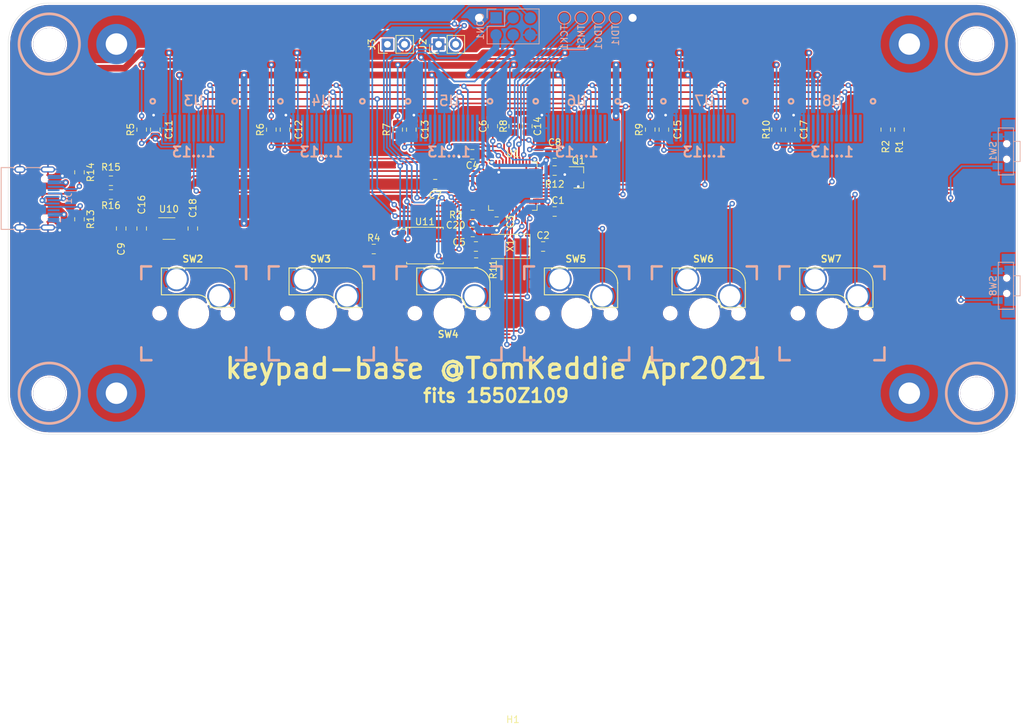
<source format=kicad_pcb>
(kicad_pcb (version 20171130) (host pcbnew 5.1.7-a382d34a8~88~ubuntu20.04.1)
  (title_block (date 2021-04-25) (rev Apr2021a))
  (layers (0 F.Cu signal) (31 B.Cu signal hide) (34 B.Paste user hide) (35 F.Paste user) (36 B.SilkS user hide) (37 F.SilkS user) (38 B.Mask user hide) (39 F.Mask user) (44 Edge.Cuts user))
  (net 0 "")
  (net 1 GND)
  (net 2 +3V3)
  (net 3 /XTAL1)
  (net 4 /XTAL2)
  (net 5 /AREF)
  (net 6 /UCAP)
  (net 7 /MOSI)
  (net 8 /SCK)
  (net 9 /MISO)
  (net 10 /SDA)
  (net 11 /SCL)
  (net 12 /SW1)
  (net 13 /SW2)
  (net 14 /SW3)
  (net 15 /SW4)
  (net 16 /SW5)
  (net 17 /SW6)
  (net 18 /SW7)
  (net 19 /SW8)
  (net 20 /TCK)
  (net 21 /TDI)
  (net 22 /TDO)
  (net 23 /TMS)
  (net 24 +5V)
  (net 25 /~RESET)
  (net 26 /~LCDRESET)
  (net 27 /D\C)
  (net 28 /BACKLIGHTK)
  (net 29 /BACKLIGHT)
  (net 30 "Net-(R5-Pad1)")
  (net 31 "Net-(R6-Pad1)")
  (net 32 "Net-(R7-Pad1)")
  (net 33 "Net-(R8-Pad1)")
  (net 34 "Net-(R9-Pad1)")
  (net 35 "Net-(R10-Pad1)")
  (net 36 "Net-(U3-Pad1)")
  (net 37 "Net-(U3-Pad2)")
  (net 38 /~CS2)
  (net 39 "Net-(U4-Pad1)")
  (net 40 "Net-(U4-Pad2)")
  (net 41 /~CS3)
  (net 42 "Net-(U5-Pad1)")
  (net 43 "Net-(U5-Pad2)")
  (net 44 /~CS5)
  (net 45 "Net-(U6-Pad1)")
  (net 46 "Net-(U6-Pad2)")
  (net 47 /~CS4)
  (net 48 "Net-(U7-Pad1)")
  (net 49 "Net-(U7-Pad2)")
  (net 50 /~CS6)
  (net 51 "Net-(U8-Pad1)")
  (net 52 "Net-(U8-Pad2)")
  (net 53 /~CS7)
  (net 54 /USB_N)
  (net 55 /USB_P)
  (net 56 "Net-(J1-PadB8)")
  (net 57 "Net-(J1-PadA8)")
  (net 58 /D_P)
  (net 59 /CC1)
  (net 60 /D_N)
  (net 61 /CC2)
  (net 62 "Net-(U10-Pad4)")
  (net 63 /~FLASH_CS)
  (net 64 "Net-(R4-Pad2)")
  (net 65 "Net-(R11-Pad2)")
  (module tom-mechanical:STUD_SOLDER_M2_WURTH (layer B.Cu) (at 107.5 111.9)
    (fp_text reference H5 hide)
    (fp_text value mech-only-no-pins)
    (pad 1 thru_hole circle (at 0 0) (size 3.2 3.2) (drill 3.2) (layers *.Cu *.Mask))
    (pad 1 smd circle (at 0 0) (size 6 6) (layers B.Cu B.Paste B.Mask))
  )
  (module tom-mechanical:STUD_SOLDER_M2_WURTH (layer B.Cu) (at 107.5 59.9)
    (fp_text reference H4 hide)
    (fp_text value mech-only-no-pins)
    (pad 1 thru_hole circle (at 0 0) (size 3.2 3.2) (drill 3.2) (layers *.Cu *.Mask))
    (pad 1 smd circle (at 0 0) (size 6 6) (layers B.Cu B.Paste B.Mask))
  )
  (module tom-mechanical:STUD_SOLDER_M2_WURTH (layer B.Cu) (at 225.5 59.9)
    (fp_text reference H3 hide)
    (fp_text value mech-only-no-pins)
    (pad 1 thru_hole circle (at 0 0) (size 3.2 3.2) (drill 3.2) (layers *.Cu *.Mask))
    (pad 1 smd circle (at 0 0) (size 6 6) (layers B.Cu B.Paste B.Mask))
  )
  (module tom-mechanical:STUD_SOLDER_M2_WURTH (layer B.Cu) (at 225.5 111.9)
    (fp_text reference H2 hide)
    (fp_text value mech-only-no-pins)
    (pad 1 thru_hole circle (at 0 0) (size 3.2 3.2) (drill 3.2) (layers *.Cu *.Mask))
    (pad 1 smd circle (at 0 0) (size 6 6) (layers B.Cu B.Paste B.Mask))
  )
  (module tom-passives:R_0805_2012Metric (layer F.Cu) (at 161.036 92.456 180)
    (fp_text reference R11 (at -2.54 -1.016 90) (layer F.SilkS))
    (fp_text value 10k)
    (pad 2 smd roundrect (at 0.9375 0 180) (size 0.975 1.4) (layers F.Cu F.Paste F.Mask) (net 65 "Net-(R11-Pad2)"))
    (pad 1 smd roundrect (at -0.9375 0 180) (size 0.975 1.4) (layers F.Cu F.Paste F.Mask) (net 1 GND))
  )
  (module tom-passives:R_0805_2012Metric (layer F.Cu) (at 145.796 90.424)
    (fp_text reference R4 (at 0 -1.65) (layer F.SilkS))
    (fp_text value 10k)
    (pad 2 smd roundrect (at 0.9375 0) (size 0.975 1.4) (layers F.Cu F.Paste F.Mask) (net 64 "Net-(R4-Pad2)"))
    (pad 1 smd roundrect (at -0.9375 0) (size 0.975 1.4) (layers F.Cu F.Paste F.Mask) (net 2 +3V3))
  )
  (module tom-mechanical:SW_SPST_SMD_SIDE_7.0x3.5 (layer B.Cu) (at 240 95.9)
    (fp_text reference SW8 (at -2.032 0 270) (layer B.SilkS) (effects (justify mirror)))
    (fp_text value Switch_SW_Push)
    (pad NC smd rect (at 0.25 -4) (size 2 1.5) (layers B.Cu B.Paste B.Mask))
    (pad NC smd rect (at 0.25 4) (size 2 1.5) (layers B.Cu B.Paste B.Mask))
    (pad 2 smd rect (at -1.35 2.2) (size 1.5 1) (layers B.Cu B.Paste B.Mask) (net 19 /SW8))
    (pad 1 smd rect (at -1.35 -2.2) (size 1.5 1) (layers B.Cu B.Paste B.Mask) (net 1 GND))
    (pad "" np_thru_hole circle (at 0 1.15) (size 0.6 0.6) (drill 0.6) (layers *.Cu *.Mask))
    (pad "" np_thru_hole circle (at 0 -1.15) (size 0.6 0.6) (drill 0.6) (layers *.Cu *.Mask))
  )
  (module tom-mechanical:SW_SPST_SMD_SIDE_7.0x3.5 (layer B.Cu) (at 240 75.9)
    (fp_text reference SW1 (at -2.032 0 270) (layer B.SilkS) (effects (justify mirror)))
    (fp_text value Switch_SW_Push)
    (pad NC smd rect (at 0.25 -4) (size 2 1.5) (layers B.Cu B.Paste B.Mask))
    (pad NC smd rect (at 0.25 4) (size 2 1.5) (layers B.Cu B.Paste B.Mask))
    (pad 2 smd rect (at -1.35 2.2) (size 1.5 1) (layers B.Cu B.Paste B.Mask) (net 12 /SW1))
    (pad 1 smd rect (at -1.35 -2.2) (size 1.5 1) (layers B.Cu B.Paste B.Mask) (net 1 GND))
    (pad "" np_thru_hole circle (at 0 1.15) (size 0.6 0.6) (drill 0.6) (layers *.Cu *.Mask))
    (pad "" np_thru_hole circle (at 0 -1.15) (size 0.6 0.6) (drill 0.6) (layers *.Cu *.Mask))
  )
  (module tom-semiconductors:SOIC-8_5.23x5.23mm_P1.27mm (layer F.Cu) (at 153.416 89.916)
    (fp_text reference U11 (at 0 -3.56) (layer F.SilkS))
    (fp_text value W25Q128JVS)
    (pad 8 smd roundrect (at 3.6 -1.905) (size 1.6 0.6) (layers F.Cu F.Paste F.Mask) (net 2 +3V3))
    (pad 7 smd roundrect (at 3.6 -0.635) (size 1.6 0.6) (layers F.Cu F.Paste F.Mask) (net 65 "Net-(R11-Pad2)"))
    (pad 6 smd roundrect (at 3.6 0.635) (size 1.6 0.6) (layers F.Cu F.Paste F.Mask) (net 8 /SCK))
    (pad 5 smd roundrect (at 3.6 1.905) (size 1.6 0.6) (layers F.Cu F.Paste F.Mask) (net 7 /MOSI))
    (pad 4 smd roundrect (at -3.6 1.905) (size 1.6 0.6) (layers F.Cu F.Paste F.Mask) (net 1 GND))
    (pad 3 smd roundrect (at -3.6 0.635) (size 1.6 0.6) (layers F.Cu F.Paste F.Mask) (net 64 "Net-(R4-Pad2)"))
    (pad 2 smd roundrect (at -3.6 -0.635) (size 1.6 0.6) (layers F.Cu F.Paste F.Mask) (net 9 /MISO))
    (pad 1 smd roundrect (at -3.6 -1.905) (size 1.6 0.6) (layers F.Cu F.Paste F.Mask) (net 63 /~FLASH_CS))
  )
  (module tom-connectors:PinHeader_1x02_P2.54mm_Vertical (layer F.Cu) (at 147.828 59.944 90)
    (fp_text reference J3 (at 0 -2.33 90) (layer F.SilkS))
    (fp_text value Conn_01x02)
    (pad 2 thru_hole oval (at 0 2.54 90) (size 1.7 1.7) (drill 1) (layers *.Cu *.Mask) (net 1 GND))
    (pad 1 thru_hole rect (at 0 0 90) (size 1.7 1.7) (drill 1) (layers *.Cu *.Mask) (net 63 /~FLASH_CS))
  )
  (module tom-connectors:PinHeader_1x02_P2.54mm_Vertical (layer F.Cu) (at 155.448 59.944 90)
    (fp_text reference J2 (at 0 -2.33 90) (layer F.SilkS))
    (fp_text value Conn_01x02)
    (pad 2 thru_hole oval (at 0 2.54 90) (size 1.7 1.7) (drill 1) (layers *.Cu *.Mask) (net 25 /~RESET))
    (pad 1 thru_hole rect (at 0 0 90) (size 1.7 1.7) (drill 1) (layers *.Cu *.Mask) (net 1 GND))
  )
  (module tom-passives:C_0805_2012Metric (layer F.Cu) (at 160.528 87.884)
    (fp_text reference C20 (at -2.54 -1.016) (layer F.SilkS))
    (fp_text value 0.1uF/6.3V)
    (pad 2 smd roundrect (at 0.9375 0) (size 0.975 1.4) (layers F.Cu F.Paste F.Mask) (net 1 GND))
    (pad 1 smd roundrect (at -0.9375 0) (size 0.975 1.4) (layers F.Cu F.Paste F.Mask) (net 2 +3V3))
  )
  (module tom-semiconductors:SOT-23-5 (layer F.Cu) (at 115.316 87.376)
    (fp_text reference U10 (at 0 -2.9) (layer F.SilkS))
    (fp_text value AP2112K-3.3)
    (pad 5 smd rect (at 1.1 -0.95) (size 1.06 0.65) (layers F.Cu F.Paste F.Mask) (net 2 +3V3))
    (pad 4 smd rect (at 1.1 0.95) (size 1.06 0.65) (layers F.Cu F.Paste F.Mask) (net 62 "Net-(U10-Pad4)"))
    (pad 3 smd rect (at -1.1 0.95) (size 1.06 0.65) (layers F.Cu F.Paste F.Mask) (net 24 +5V))
    (pad 2 smd rect (at -1.1 0) (size 1.06 0.65) (layers F.Cu F.Paste F.Mask) (net 1 GND))
    (pad 1 smd rect (at -1.1 -0.95) (size 1.06 0.65) (layers F.Cu F.Paste F.Mask) (net 24 +5V))
  )
  (module tom-passives:C_0805_2012Metric (layer F.Cu) (at 118.872 87.376 270)
    (fp_text reference C18 (at -3.048 0 90) (layer F.SilkS))
    (fp_text value 1uF/6.3V)
    (pad 2 smd roundrect (at 0.9375 0 270) (size 0.975 1.4) (layers F.Cu F.Paste F.Mask) (net 1 GND))
    (pad 1 smd roundrect (at -0.9375 0 270) (size 0.975 1.4) (layers F.Cu F.Paste F.Mask) (net 2 +3V3))
  )
  (module tom-passives:C_0805_2012Metric (layer F.Cu) (at 207.772 72.644 90)
    (fp_text reference C17 (at 0 2.032 90) (layer F.SilkS))
    (fp_text value 0.1uF/6.3V)
    (pad 2 smd roundrect (at 0.9375 0 90) (size 0.975 1.4) (layers F.Cu F.Paste F.Mask) (net 1 GND))
    (pad 1 smd roundrect (at -0.9375 0 90) (size 0.975 1.4) (layers F.Cu F.Paste F.Mask) (net 2 +3V3))
  )
  (module tom-passives:C_0805_2012Metric (layer F.Cu) (at 111.252 87.376 270)
    (fp_text reference C16 (at -3.556 0 90) (layer F.SilkS))
    (fp_text value 1uF/6.3V)
    (pad 2 smd roundrect (at 0.9375 0 270) (size 0.975 1.4) (layers F.Cu F.Paste F.Mask) (net 1 GND))
    (pad 1 smd roundrect (at -0.9375 0 270) (size 0.975 1.4) (layers F.Cu F.Paste F.Mask) (net 24 +5V))
  )
  (module tom-passives:C_0805_2012Metric (layer F.Cu) (at 188.976 72.644 90)
    (fp_text reference C15 (at 0 2.032 90) (layer F.SilkS))
    (fp_text value 0.1uF/6.3V)
    (pad 2 smd roundrect (at 0.9375 0 90) (size 0.975 1.4) (layers F.Cu F.Paste F.Mask) (net 1 GND))
    (pad 1 smd roundrect (at -0.9375 0 90) (size 0.975 1.4) (layers F.Cu F.Paste F.Mask) (net 2 +3V3))
  )
  (module tom-passives:C_0805_2012Metric (layer F.Cu) (at 168.656 72.136 90)
    (fp_text reference C14 (at 0 1.524 90) (layer F.SilkS))
    (fp_text value 0.1uF/6.3V)
    (pad 2 smd roundrect (at 0.9375 0 90) (size 0.975 1.4) (layers F.Cu F.Paste F.Mask) (net 1 GND))
    (pad 1 smd roundrect (at -0.9375 0 90) (size 0.975 1.4) (layers F.Cu F.Paste F.Mask) (net 2 +3V3))
  )
  (module tom-passives:C_0805_2012Metric (layer F.Cu) (at 151.384 72.644 90)
    (fp_text reference C13 (at 0 2.032 90) (layer F.SilkS))
    (fp_text value 0.1uF/6.3V)
    (pad 2 smd roundrect (at 0.9375 0 90) (size 0.975 1.4) (layers F.Cu F.Paste F.Mask) (net 1 GND))
    (pad 1 smd roundrect (at -0.9375 0 90) (size 0.975 1.4) (layers F.Cu F.Paste F.Mask) (net 2 +3V3))
  )
  (module tom-passives:C_0805_2012Metric (layer F.Cu) (at 132.588 72.644 90)
    (fp_text reference C12 (at 0 2.032 90) (layer F.SilkS))
    (fp_text value 0.1uF/6.3V)
    (pad 2 smd roundrect (at 0.9375 0 90) (size 0.975 1.4) (layers F.Cu F.Paste F.Mask) (net 1 GND))
    (pad 1 smd roundrect (at -0.9375 0 90) (size 0.975 1.4) (layers F.Cu F.Paste F.Mask) (net 2 +3V3))
  )
  (module tom-passives:C_0805_2012Metric (layer F.Cu) (at 113.284 72.644 90)
    (fp_text reference C11 (at 0 2.032 90) (layer F.SilkS))
    (fp_text value 0.1uF/6.3V)
    (pad 2 smd roundrect (at 0.9375 0 90) (size 0.975 1.4) (layers F.Cu F.Paste F.Mask) (net 1 GND))
    (pad 1 smd roundrect (at -0.9375 0 90) (size 0.975 1.4) (layers F.Cu F.Paste F.Mask) (net 2 +3V3))
  )
  (module tom-passives:C_0805_2012Metric (layer F.Cu) (at 108.204 87.376 270)
    (fp_text reference C9 (at 3.048 0 90) (layer F.SilkS))
    (fp_text value 10uF/10V)
    (pad 2 smd roundrect (at 0.9375 0 270) (size 0.975 1.4) (layers F.Cu F.Paste F.Mask) (net 1 GND))
    (pad 1 smd roundrect (at -0.9375 0 270) (size 0.975 1.4) (layers F.Cu F.Paste F.Mask) (net 24 +5V))
  )
  (module tom-passives:C_0805_2012Metric (layer F.Cu) (at 172.72 76.2)
    (fp_text reference C8 (at 0 -1.65) (layer F.SilkS))
    (fp_text value 0.1uF/6.3V)
    (pad 2 smd roundrect (at 0.9375 0) (size 0.975 1.4) (layers F.Cu F.Paste F.Mask) (net 1 GND))
    (pad 1 smd roundrect (at -0.9375 0) (size 0.975 1.4) (layers F.Cu F.Paste F.Mask) (net 2 +3V3))
  )
  (module tom-connectors:USB_C_Receptacle_GT-USB-7010 (layer B.Cu) (at 95 82.9 90)
    (fp_text reference J1 (at 0 5.35 270) (layer B.SilkS) (effects (justify mirror)))
    (fp_text value USB_C_Receptacle_USB2.0)
    (pad A12 smd rect (at 3.35 3.15 90) (size 0.3 1.75) (layers B.Cu B.Paste B.Mask) (net 1 GND))
    (pad B1 smd rect (at 3.05 3.15 90) (size 0.3 1.75) (layers B.Cu B.Paste B.Mask) (net 1 GND))
    (pad B4 smd rect (at 2.25 3.15 90) (size 0.3 1.75) (layers B.Cu B.Paste B.Mask) (net 24 +5V))
    (pad A9 smd rect (at 2.55 3.15 90) (size 0.3 1.75) (layers B.Cu B.Paste B.Mask) (net 24 +5V))
    (pad B9 smd rect (at -2.25 3.15 90) (size 0.3 1.75) (layers B.Cu B.Paste B.Mask) (net 24 +5V))
    (pad A4 smd rect (at -2.55 3.15 90) (size 0.3 1.75) (layers B.Cu B.Paste B.Mask) (net 24 +5V))
    (pad B12 smd rect (at -3.05 3.15 90) (size 0.3 1.75) (layers B.Cu B.Paste B.Mask) (net 1 GND))
    (pad A1 smd rect (at -3.35 3.15 90) (size 0.3 1.75) (layers B.Cu B.Paste B.Mask) (net 1 GND))
    (pad A6 smd rect (at -0.25 3.15 90) (size 0.3 1.75) (layers B.Cu B.Paste B.Mask) (net 58 /D_P))
    (pad A5 smd rect (at -1.25 3.15 90) (size 0.3 1.75) (layers B.Cu B.Paste B.Mask) (net 59 /CC1))
    (pad B8 smd rect (at -1.75 3.15 90) (size 0.3 1.75) (layers B.Cu B.Paste B.Mask) (net 56 "Net-(J1-PadB8)"))
    (pad B7 smd rect (at -0.75 3.15 90) (size 0.3 1.75) (layers B.Cu B.Paste B.Mask) (net 60 /D_N))
    (pad B5 smd rect (at 1.75 3.15 90) (size 0.3 1.75) (layers B.Cu B.Paste B.Mask) (net 61 /CC2))
    (pad A8 smd rect (at 1.25 3.15 90) (size 0.3 1.75) (layers B.Cu B.Paste B.Mask) (net 57 "Net-(J1-PadA8)"))
    (pad B6 smd rect (at 0.75 3.15 90) (size 0.3 1.75) (layers B.Cu B.Paste B.Mask) (net 58 /D_P))
    (pad A7 smd rect (at 0.25 3.15 90) (size 0.3 1.75) (layers B.Cu B.Paste B.Mask) (net 60 /D_N))
    (pad "" np_thru_hole circle (at 2.89 1.81 90) (size 0.65 0.65) (drill 0.65) (layers *.Cu *.Mask))
    (pad "" np_thru_hole circle (at -2.89 1.81 90) (size 0.65 0.65) (drill 0.65) (layers *.Cu *.Mask))
    (pad S1 thru_hole oval (at 4.32 2.31 90) (size 0.9 2.1) (drill oval 0.5 1.7) (layers *.Cu *.Paste *.Mask) (net 1 GND))
    (pad S1 thru_hole oval (at -4.32 2.31 90) (size 0.9 2.1) (drill oval 0.5 1.7) (layers *.Cu *.Paste *.Mask) (net 1 GND))
    (pad S1 thru_hole oval (at 4.32 -1.87 90) (size 1 1.6) (drill oval 0.6 1.2) (layers *.Cu *.Paste *.Mask) (net 1 GND))
    (pad S1 thru_hole oval (at -4.32 -1.87 90) (size 1 1.6) (drill oval 0.6 1.2) (layers *.Cu *.Paste *.Mask) (net 1 GND))
  )
  (module tom-passives:R_0805_2012Metric (layer F.Cu) (at 106.68 82.296 180)
    (fp_text reference R16 (at 0 -1.65) (layer F.SilkS))
    (fp_text value 22R)
    (pad 2 smd roundrect (at 0.9375 0 180) (size 0.975 1.4) (layers F.Cu F.Paste F.Mask) (net 58 /D_P))
    (pad 1 smd roundrect (at -0.9375 0 180) (size 0.975 1.4) (layers F.Cu F.Paste F.Mask) (net 55 /USB_P))
  )
  (module tom-passives:R_0805_2012Metric (layer F.Cu) (at 106.68 80.264 180)
    (fp_text reference R15 (at 0 2.032) (layer F.SilkS))
    (fp_text value 22R)
    (pad 2 smd roundrect (at 0.9375 0 180) (size 0.975 1.4) (layers F.Cu F.Paste F.Mask) (net 60 /D_N))
    (pad 1 smd roundrect (at -0.9375 0 180) (size 0.975 1.4) (layers F.Cu F.Paste F.Mask) (net 54 /USB_N))
  )
  (module tom-passives:R_0805_2012Metric (layer F.Cu) (at 102 79 270)
    (fp_text reference R14 (at 0 -1.65 90) (layer F.SilkS))
    (fp_text value 5.1k)
    (pad 2 smd roundrect (at 0.9375 0 270) (size 0.975 1.4) (layers F.Cu F.Paste F.Mask) (net 61 /CC2))
    (pad 1 smd roundrect (at -0.9375 0 270) (size 0.975 1.4) (layers F.Cu F.Paste F.Mask) (net 1 GND))
  )
  (module tom-passives:R_0805_2012Metric (layer F.Cu) (at 102 86 270)
    (fp_text reference R13 (at 0 -1.65 90) (layer F.SilkS))
    (fp_text value 5.1k)
    (pad 2 smd roundrect (at 0.9375 0 270) (size 0.975 1.4) (layers F.Cu F.Paste F.Mask) (net 1 GND))
    (pad 1 smd roundrect (at -0.9375 0 270) (size 0.975 1.4) (layers F.Cu F.Paste F.Mask) (net 59 /CC1))
  )
  (module keypad-base:1550Z109 (layer F.Cu) (at 166.5 160)
    (fp_text reference H1 (at 0 0.5) (layer F.SilkS))
    (fp_text value 1550Z109)
  )
  (module tom-mechanical:IE096HQ1301CL (layer B.Cu) (at 214 72.424 180)
    (fp_text reference U8 (at 0 4.064) (layer B.SilkS) (effects (font (size 1.5 1.5) (thickness 0.25)) (justify mirror)))
    (fp_text value IE096HQ1301CL)
    (fp_text user 1...13 (at 0 -3.556) (layer B.SilkS) (effects (font (size 1.5 1.5) (thickness 0.3)) (justify mirror)))
    (pad 6 smd rect (at -0.7 0 180) (size 0.4 4) (layers B.Cu B.Paste B.Mask) (net 26 /~LCDRESET))
    (pad 3 smd rect (at -2.8 0 180) (size 0.4 4) (layers B.Cu B.Paste B.Mask) (net 10 /SDA))
    (pad 5 smd rect (at -1.4 0 180) (size 0.4 4) (layers B.Cu B.Paste B.Mask) (net 27 /D\C))
    (pad 1 smd rect (at -4.2 0 180) (size 0.4 4) (layers B.Cu B.Paste B.Mask) (net 51 "Net-(U8-Pad1)"))
    (pad 4 smd rect (at -2.1 0 180) (size 0.4 4) (layers B.Cu B.Paste B.Mask) (net 11 /SCL))
    (pad 2 smd rect (at -3.5 0 180) (size 0.4 4) (layers B.Cu B.Paste B.Mask) (net 52 "Net-(U8-Pad2)"))
    (pad 7 smd rect (at 0 0 180) (size 0.4 4) (layers B.Cu B.Paste B.Mask) (net 53 /~CS7))
    (pad 8 smd rect (at 0.7 0 180) (size 0.4 4) (layers B.Cu B.Paste B.Mask) (net 1 GND))
    (pad 9 smd rect (at 1.4 0 180) (size 0.4 4) (layers B.Cu B.Paste B.Mask))
    (pad 10 smd rect (at 2.1 0 180) (size 0.4 4) (layers B.Cu B.Paste B.Mask) (net 2 +3V3))
    (pad 11 smd rect (at 2.8 0 180) (size 0.4 4) (layers B.Cu B.Paste B.Mask) (net 35 "Net-(R10-Pad1)"))
    (pad 12 smd rect (at 3.5 0 180) (size 0.4 4) (layers B.Cu B.Paste B.Mask) (net 24 +5V))
    (pad 13 smd rect (at 4.2 0 180) (size 0.4 4) (layers B.Cu B.Paste B.Mask) (net 1 GND))
  )
  (module tom-mechanical:IE096HQ1301CL (layer B.Cu) (at 195 72.424 180)
    (fp_text reference U7 (at 0 4.064) (layer B.SilkS) (effects (font (size 1.5 1.5) (thickness 0.25)) (justify mirror)))
    (fp_text value IE096HQ1301CL)
    (fp_text user 1...13 (at 0 -3.556) (layer B.SilkS) (effects (font (size 1.5 1.5) (thickness 0.3)) (justify mirror)))
    (pad 6 smd rect (at -0.7 0 180) (size 0.4 4) (layers B.Cu B.Paste B.Mask) (net 26 /~LCDRESET))
    (pad 3 smd rect (at -2.8 0 180) (size 0.4 4) (layers B.Cu B.Paste B.Mask) (net 10 /SDA))
    (pad 5 smd rect (at -1.4 0 180) (size 0.4 4) (layers B.Cu B.Paste B.Mask) (net 27 /D\C))
    (pad 1 smd rect (at -4.2 0 180) (size 0.4 4) (layers B.Cu B.Paste B.Mask) (net 48 "Net-(U7-Pad1)"))
    (pad 4 smd rect (at -2.1 0 180) (size 0.4 4) (layers B.Cu B.Paste B.Mask) (net 11 /SCL))
    (pad 2 smd rect (at -3.5 0 180) (size 0.4 4) (layers B.Cu B.Paste B.Mask) (net 49 "Net-(U7-Pad2)"))
    (pad 7 smd rect (at 0 0 180) (size 0.4 4) (layers B.Cu B.Paste B.Mask) (net 50 /~CS6))
    (pad 8 smd rect (at 0.7 0 180) (size 0.4 4) (layers B.Cu B.Paste B.Mask) (net 1 GND))
    (pad 9 smd rect (at 1.4 0 180) (size 0.4 4) (layers B.Cu B.Paste B.Mask))
    (pad 10 smd rect (at 2.1 0 180) (size 0.4 4) (layers B.Cu B.Paste B.Mask) (net 2 +3V3))
    (pad 11 smd rect (at 2.8 0 180) (size 0.4 4) (layers B.Cu B.Paste B.Mask) (net 34 "Net-(R9-Pad1)"))
    (pad 12 smd rect (at 3.5 0 180) (size 0.4 4) (layers B.Cu B.Paste B.Mask) (net 24 +5V))
    (pad 13 smd rect (at 4.2 0 180) (size 0.4 4) (layers B.Cu B.Paste B.Mask) (net 1 GND))
  )
  (module tom-mechanical:IE096HQ1301CL (layer B.Cu) (at 176 72.424 180)
    (fp_text reference U6 (at 0 4.064) (layer B.SilkS) (effects (font (size 1.5 1.5) (thickness 0.25)) (justify mirror)))
    (fp_text value IE096HQ1301CL)
    (fp_text user 1...13 (at 0 -3.556) (layer B.SilkS) (effects (font (size 1.5 1.5) (thickness 0.3)) (justify mirror)))
    (pad 6 smd rect (at -0.7 0 180) (size 0.4 4) (layers B.Cu B.Paste B.Mask) (net 26 /~LCDRESET))
    (pad 3 smd rect (at -2.8 0 180) (size 0.4 4) (layers B.Cu B.Paste B.Mask) (net 10 /SDA))
    (pad 5 smd rect (at -1.4 0 180) (size 0.4 4) (layers B.Cu B.Paste B.Mask) (net 27 /D\C))
    (pad 1 smd rect (at -4.2 0 180) (size 0.4 4) (layers B.Cu B.Paste B.Mask) (net 45 "Net-(U6-Pad1)"))
    (pad 4 smd rect (at -2.1 0 180) (size 0.4 4) (layers B.Cu B.Paste B.Mask) (net 11 /SCL))
    (pad 2 smd rect (at -3.5 0 180) (size 0.4 4) (layers B.Cu B.Paste B.Mask) (net 46 "Net-(U6-Pad2)"))
    (pad 7 smd rect (at 0 0 180) (size 0.4 4) (layers B.Cu B.Paste B.Mask) (net 47 /~CS4))
    (pad 8 smd rect (at 0.7 0 180) (size 0.4 4) (layers B.Cu B.Paste B.Mask) (net 1 GND))
    (pad 9 smd rect (at 1.4 0 180) (size 0.4 4) (layers B.Cu B.Paste B.Mask))
    (pad 10 smd rect (at 2.1 0 180) (size 0.4 4) (layers B.Cu B.Paste B.Mask) (net 2 +3V3))
    (pad 11 smd rect (at 2.8 0 180) (size 0.4 4) (layers B.Cu B.Paste B.Mask) (net 33 "Net-(R8-Pad1)"))
    (pad 12 smd rect (at 3.5 0 180) (size 0.4 4) (layers B.Cu B.Paste B.Mask) (net 24 +5V))
    (pad 13 smd rect (at 4.2 0 180) (size 0.4 4) (layers B.Cu B.Paste B.Mask) (net 1 GND))
  )
  (module tom-mechanical:IE096HQ1301CL (layer B.Cu) (at 157 72.424 180)
    (fp_text reference U5 (at 0 4.064) (layer B.SilkS) (effects (font (size 1.5 1.5) (thickness 0.25)) (justify mirror)))
    (fp_text value IE096HQ1301CL)
    (fp_text user 1...13 (at 0 -3.556) (layer B.SilkS) (effects (font (size 1.5 1.5) (thickness 0.3)) (justify mirror)))
    (pad 6 smd rect (at -0.7 0 180) (size 0.4 4) (layers B.Cu B.Paste B.Mask) (net 26 /~LCDRESET))
    (pad 3 smd rect (at -2.8 0 180) (size 0.4 4) (layers B.Cu B.Paste B.Mask) (net 10 /SDA))
    (pad 5 smd rect (at -1.4 0 180) (size 0.4 4) (layers B.Cu B.Paste B.Mask) (net 27 /D\C))
    (pad 1 smd rect (at -4.2 0 180) (size 0.4 4) (layers B.Cu B.Paste B.Mask) (net 42 "Net-(U5-Pad1)"))
    (pad 4 smd rect (at -2.1 0 180) (size 0.4 4) (layers B.Cu B.Paste B.Mask) (net 11 /SCL))
    (pad 2 smd rect (at -3.5 0 180) (size 0.4 4) (layers B.Cu B.Paste B.Mask) (net 43 "Net-(U5-Pad2)"))
    (pad 7 smd rect (at 0 0 180) (size 0.4 4) (layers B.Cu B.Paste B.Mask) (net 44 /~CS5))
    (pad 8 smd rect (at 0.7 0 180) (size 0.4 4) (layers B.Cu B.Paste B.Mask) (net 1 GND))
    (pad 9 smd rect (at 1.4 0 180) (size 0.4 4) (layers B.Cu B.Paste B.Mask))
    (pad 10 smd rect (at 2.1 0 180) (size 0.4 4) (layers B.Cu B.Paste B.Mask) (net 2 +3V3))
    (pad 11 smd rect (at 2.8 0 180) (size 0.4 4) (layers B.Cu B.Paste B.Mask) (net 32 "Net-(R7-Pad1)"))
    (pad 12 smd rect (at 3.5 0 180) (size 0.4 4) (layers B.Cu B.Paste B.Mask) (net 24 +5V))
    (pad 13 smd rect (at 4.2 0 180) (size 0.4 4) (layers B.Cu B.Paste B.Mask) (net 1 GND))
  )
  (module tom-mechanical:IE096HQ1301CL (layer B.Cu) (at 138 72.424 180)
    (fp_text reference U4 (at 0 4.064) (layer B.SilkS) (effects (font (size 1.5 1.5) (thickness 0.25)) (justify mirror)))
    (fp_text value IE096HQ1301CL)
    (fp_text user 1...13 (at 0 -3.556) (layer B.SilkS) (effects (font (size 1.5 1.5) (thickness 0.3)) (justify mirror)))
    (pad 6 smd rect (at -0.7 0 180) (size 0.4 4) (layers B.Cu B.Paste B.Mask) (net 26 /~LCDRESET))
    (pad 3 smd rect (at -2.8 0 180) (size 0.4 4) (layers B.Cu B.Paste B.Mask) (net 10 /SDA))
    (pad 5 smd rect (at -1.4 0 180) (size 0.4 4) (layers B.Cu B.Paste B.Mask) (net 27 /D\C))
    (pad 1 smd rect (at -4.2 0 180) (size 0.4 4) (layers B.Cu B.Paste B.Mask) (net 39 "Net-(U4-Pad1)"))
    (pad 4 smd rect (at -2.1 0 180) (size 0.4 4) (layers B.Cu B.Paste B.Mask) (net 11 /SCL))
    (pad 2 smd rect (at -3.5 0 180) (size 0.4 4) (layers B.Cu B.Paste B.Mask) (net 40 "Net-(U4-Pad2)"))
    (pad 7 smd rect (at 0 0 180) (size 0.4 4) (layers B.Cu B.Paste B.Mask) (net 41 /~CS3))
    (pad 8 smd rect (at 0.7 0 180) (size 0.4 4) (layers B.Cu B.Paste B.Mask) (net 1 GND))
    (pad 9 smd rect (at 1.4 0 180) (size 0.4 4) (layers B.Cu B.Paste B.Mask))
    (pad 10 smd rect (at 2.1 0 180) (size 0.4 4) (layers B.Cu B.Paste B.Mask) (net 2 +3V3))
    (pad 11 smd rect (at 2.8 0 180) (size 0.4 4) (layers B.Cu B.Paste B.Mask) (net 31 "Net-(R6-Pad1)"))
    (pad 12 smd rect (at 3.5 0 180) (size 0.4 4) (layers B.Cu B.Paste B.Mask) (net 24 +5V))
    (pad 13 smd rect (at 4.2 0 180) (size 0.4 4) (layers B.Cu B.Paste B.Mask) (net 1 GND))
  )
  (module tom-mechanical:IE096HQ1301CL (layer B.Cu) (at 119 72.424 180)
    (fp_text reference U3 (at 0 4.064) (layer B.SilkS) (effects (font (size 1.5 1.5) (thickness 0.25)) (justify mirror)))
    (fp_text value IE096HQ1301CL)
    (fp_text user 1...13 (at 0 -3.556) (layer B.SilkS) (effects (font (size 1.5 1.5) (thickness 0.3)) (justify mirror)))
    (pad 6 smd rect (at -0.7 0 180) (size 0.4 4) (layers B.Cu B.Paste B.Mask) (net 26 /~LCDRESET))
    (pad 3 smd rect (at -2.8 0 180) (size 0.4 4) (layers B.Cu B.Paste B.Mask) (net 10 /SDA))
    (pad 5 smd rect (at -1.4 0 180) (size 0.4 4) (layers B.Cu B.Paste B.Mask) (net 27 /D\C))
    (pad 1 smd rect (at -4.2 0 180) (size 0.4 4) (layers B.Cu B.Paste B.Mask) (net 36 "Net-(U3-Pad1)"))
    (pad 4 smd rect (at -2.1 0 180) (size 0.4 4) (layers B.Cu B.Paste B.Mask) (net 11 /SCL))
    (pad 2 smd rect (at -3.5 0 180) (size 0.4 4) (layers B.Cu B.Paste B.Mask) (net 37 "Net-(U3-Pad2)"))
    (pad 7 smd rect (at 0 0 180) (size 0.4 4) (layers B.Cu B.Paste B.Mask) (net 38 /~CS2))
    (pad 8 smd rect (at 0.7 0 180) (size 0.4 4) (layers B.Cu B.Paste B.Mask) (net 1 GND))
    (pad 9 smd rect (at 1.4 0 180) (size 0.4 4) (layers B.Cu B.Paste B.Mask))
    (pad 10 smd rect (at 2.1 0 180) (size 0.4 4) (layers B.Cu B.Paste B.Mask) (net 2 +3V3))
    (pad 11 smd rect (at 2.8 0 180) (size 0.4 4) (layers B.Cu B.Paste B.Mask) (net 30 "Net-(R5-Pad1)"))
    (pad 12 smd rect (at 3.5 0 180) (size 0.4 4) (layers B.Cu B.Paste B.Mask) (net 24 +5V))
    (pad 13 smd rect (at 4.2 0 180) (size 0.4 4) (layers B.Cu B.Paste B.Mask) (net 1 GND))
  )
  (module tom-passives:R_0805_2012Metric (layer F.Cu) (at 172.72 78.74)
    (fp_text reference R12 (at 0 2.032) (layer F.SilkS))
    (fp_text value 10k)
    (pad 2 smd roundrect (at 0.9375 0) (size 0.975 1.4) (layers F.Cu F.Paste F.Mask) (net 1 GND))
    (pad 1 smd roundrect (at -0.9375 0) (size 0.975 1.4) (layers F.Cu F.Paste F.Mask) (net 29 /BACKLIGHT))
  )
  (module tom-passives:R_0805_2012Metric (layer F.Cu) (at 205.74 72.644 90)
    (fp_text reference R10 (at 0 -1.524 90) (layer F.SilkS))
    (fp_text value 470R)
    (pad 2 smd roundrect (at 0.9375 0 90) (size 0.975 1.4) (layers F.Cu F.Paste F.Mask) (net 28 /BACKLIGHTK))
    (pad 1 smd roundrect (at -0.9375 0 90) (size 0.975 1.4) (layers F.Cu F.Paste F.Mask) (net 35 "Net-(R10-Pad1)"))
  )
  (module tom-passives:R_0805_2012Metric (layer F.Cu) (at 186.944 72.644 90)
    (fp_text reference R9 (at 0 -1.65 90) (layer F.SilkS))
    (fp_text value 470R)
    (pad 2 smd roundrect (at 0.9375 0 90) (size 0.975 1.4) (layers F.Cu F.Paste F.Mask) (net 28 /BACKLIGHTK))
    (pad 1 smd roundrect (at -0.9375 0 90) (size 0.975 1.4) (layers F.Cu F.Paste F.Mask) (net 34 "Net-(R9-Pad1)"))
  )
  (module tom-passives:R_0805_2012Metric (layer F.Cu) (at 166.624 72.136 90)
    (fp_text reference R8 (at 0 -1.524 90) (layer F.SilkS))
    (fp_text value 470R)
    (pad 2 smd roundrect (at 0.9375 0 90) (size 0.975 1.4) (layers F.Cu F.Paste F.Mask) (net 28 /BACKLIGHTK))
    (pad 1 smd roundrect (at -0.9375 0 90) (size 0.975 1.4) (layers F.Cu F.Paste F.Mask) (net 33 "Net-(R8-Pad1)"))
  )
  (module tom-passives:R_0805_2012Metric (layer F.Cu) (at 149.352 72.644 90)
    (fp_text reference R7 (at 0 -1.65 90) (layer F.SilkS))
    (fp_text value 470R)
    (pad 2 smd roundrect (at 0.9375 0 90) (size 0.975 1.4) (layers F.Cu F.Paste F.Mask) (net 28 /BACKLIGHTK))
    (pad 1 smd roundrect (at -0.9375 0 90) (size 0.975 1.4) (layers F.Cu F.Paste F.Mask) (net 32 "Net-(R7-Pad1)"))
  )
  (module tom-passives:R_0805_2012Metric (layer F.Cu) (at 130.556 72.644 90)
    (fp_text reference R6 (at 0 -1.65 90) (layer F.SilkS))
    (fp_text value 470R)
    (pad 2 smd roundrect (at 0.9375 0 90) (size 0.975 1.4) (layers F.Cu F.Paste F.Mask) (net 28 /BACKLIGHTK))
    (pad 1 smd roundrect (at -0.9375 0 90) (size 0.975 1.4) (layers F.Cu F.Paste F.Mask) (net 31 "Net-(R6-Pad1)"))
  )
  (module tom-passives:R_0805_2012Metric (layer F.Cu) (at 111.252 72.644 90)
    (fp_text reference R5 (at 0 -1.65 90) (layer F.SilkS))
    (fp_text value 470R)
    (pad 2 smd roundrect (at 0.9375 0 90) (size 0.975 1.4) (layers F.Cu F.Paste F.Mask) (net 28 /BACKLIGHTK))
    (pad 1 smd roundrect (at -0.9375 0 90) (size 0.975 1.4) (layers F.Cu F.Paste F.Mask) (net 30 "Net-(R5-Pad1)"))
  )
  (module tom-semiconductors:SOT-23 (layer F.Cu) (at 176.276 79.756)
    (fp_text reference Q1 (at 0 -2.5) (layer F.SilkS))
    (fp_text value AO3400A)
    (pad 3 smd rect (at 1 0) (size 0.9 0.8) (layers F.Cu F.Paste F.Mask) (net 28 /BACKLIGHTK))
    (pad 2 smd rect (at -1 0.95) (size 0.9 0.8) (layers F.Cu F.Paste F.Mask) (net 1 GND))
    (pad 1 smd rect (at -1 -0.95) (size 0.9 0.8) (layers F.Cu F.Paste F.Mask) (net 29 /BACKLIGHT))
  )
  (module tom-passives:Crystal_SMD_5032-2Pin_5.0x3.2mm (layer F.Cu) (at 166 90.048 180)
    (fp_text reference X1 (at -0.116 0.132 90) (layer F.SilkS))
    (fp_text value 16MHz)
    (pad 2 smd rect (at 1.85 0 180) (size 2 2.4) (layers F.Cu F.Paste F.Mask) (net 4 /XTAL2))
    (pad 1 smd rect (at -1.85 0 180) (size 2 2.4) (layers F.Cu F.Paste F.Mask) (net 3 /XTAL1))
  )
  (module tom-semiconductors:QFN-44-1EP_7x7mm_P0.5mm_EP5.15x5.15mm (layer F.Cu) (at 166.5 81.048)
    (fp_text reference U1 (at 0 -4.82) (layer F.SilkS))
    (fp_text value ATmega32U4-MU)
    (pad 45 smd rect (at 0 0) (size 5.15 5.15) (layers F.Cu F.Mask) (net 1 GND))
    (pad 44 smd roundrect (at -2.5 -3.4375) (size 0.25 0.875) (layers F.Cu F.Paste F.Mask) (net 2 +3V3))
    (pad 43 smd roundrect (at -2 -3.4375) (size 0.25 0.875) (layers F.Cu F.Paste F.Mask) (net 1 GND))
    (pad 42 smd roundrect (at -1.5 -3.4375) (size 0.25 0.875) (layers F.Cu F.Paste F.Mask) (net 5 /AREF))
    (pad 41 smd roundrect (at -1 -3.4375) (size 0.25 0.875) (layers F.Cu F.Paste F.Mask) (net 41 /~CS3))
    (pad 40 smd roundrect (at -0.5 -3.4375) (size 0.25 0.875) (layers F.Cu F.Paste F.Mask) (net 47 /~CS4))
    (pad 39 smd roundrect (at 0 -3.4375) (size 0.25 0.875) (layers F.Cu F.Paste F.Mask) (net 20 /TCK))
    (pad 38 smd roundrect (at 0.5 -3.4375) (size 0.25 0.875) (layers F.Cu F.Paste F.Mask) (net 23 /TMS))
    (pad 37 smd roundrect (at 1 -3.4375) (size 0.25 0.875) (layers F.Cu F.Paste F.Mask) (net 22 /TDO))
    (pad 36 smd roundrect (at 1.5 -3.4375) (size 0.25 0.875) (layers F.Cu F.Paste F.Mask) (net 21 /TDI))
    (pad 35 smd roundrect (at 2 -3.4375) (size 0.25 0.875) (layers F.Cu F.Paste F.Mask) (net 1 GND))
    (pad 34 smd roundrect (at 2.5 -3.4375) (size 0.25 0.875) (layers F.Cu F.Paste F.Mask) (net 2 +3V3))
    (pad 33 smd roundrect (at 3.4375 -2.5) (size 0.875 0.25) (layers F.Cu F.Paste F.Mask) (net 1 GND))
    (pad 32 smd roundrect (at 3.4375 -2) (size 0.875 0.25) (layers F.Cu F.Paste F.Mask) (net 44 /~CS5))
    (pad 31 smd roundrect (at 3.4375 -1.5) (size 0.875 0.25) (layers F.Cu F.Paste F.Mask) (net 29 /BACKLIGHT))
    (pad 30 smd roundrect (at 3.4375 -1) (size 0.875 0.25) (layers F.Cu F.Paste F.Mask) (net 50 /~CS6))
    (pad 29 smd roundrect (at 3.4375 -0.5) (size 0.875 0.25) (layers F.Cu F.Paste F.Mask) (net 53 /~CS7))
    (pad 28 smd roundrect (at 3.4375 0) (size 0.875 0.25) (layers F.Cu F.Paste F.Mask) (net 26 /~LCDRESET))
    (pad 27 smd roundrect (at 3.4375 0.5) (size 0.875 0.25) (layers F.Cu F.Paste F.Mask) (net 19 /SW8))
    (pad 26 smd roundrect (at 3.4375 1) (size 0.875 0.25) (layers F.Cu F.Paste F.Mask) (net 18 /SW7))
    (pad 25 smd roundrect (at 3.4375 1.5) (size 0.875 0.25) (layers F.Cu F.Paste F.Mask) (net 17 /SW6))
    (pad 24 smd roundrect (at 3.4375 2) (size 0.875 0.25) (layers F.Cu F.Paste F.Mask) (net 2 +3V3))
    (pad 23 smd roundrect (at 3.4375 2.5) (size 0.875 0.25) (layers F.Cu F.Paste F.Mask) (net 1 GND))
    (pad 22 smd roundrect (at 2.5 3.4375) (size 0.25 0.875) (layers F.Cu F.Paste F.Mask) (net 16 /SW5))
    (pad 21 smd roundrect (at 2 3.4375) (size 0.25 0.875) (layers F.Cu F.Paste F.Mask) (net 15 /SW4))
    (pad 20 smd roundrect (at 1.5 3.4375) (size 0.25 0.875) (layers F.Cu F.Paste F.Mask) (net 14 /SW3))
    (pad 19 smd roundrect (at 1 3.4375) (size 0.25 0.875) (layers F.Cu F.Paste F.Mask) (net 13 /SW2))
    (pad 18 smd roundrect (at 0.5 3.4375) (size 0.25 0.875) (layers F.Cu F.Paste F.Mask) (net 12 /SW1))
    (pad 17 smd roundrect (at 0 3.4375) (size 0.25 0.875) (layers F.Cu F.Paste F.Mask) (net 3 /XTAL1))
    (pad 16 smd roundrect (at -0.5 3.4375) (size 0.25 0.875) (layers F.Cu F.Paste F.Mask) (net 4 /XTAL2))
    (pad 15 smd roundrect (at -1 3.4375) (size 0.25 0.875) (layers F.Cu F.Paste F.Mask) (net 1 GND))
    (pad 14 smd roundrect (at -1.5 3.4375) (size 0.25 0.875) (layers F.Cu F.Paste F.Mask) (net 2 +3V3))
    (pad 13 smd roundrect (at -2 3.4375) (size 0.25 0.875) (layers F.Cu F.Paste F.Mask) (net 25 /~RESET))
    (pad 12 smd roundrect (at -2.5 3.4375) (size 0.25 0.875) (layers F.Cu F.Paste F.Mask) (net 27 /D\C))
    (pad 11 smd roundrect (at -3.4375 2.5) (size 0.875 0.25) (layers F.Cu F.Paste F.Mask) (net 9 /MISO))
    (pad 10 smd roundrect (at -3.4375 2) (size 0.875 0.25) (layers F.Cu F.Paste F.Mask) (net 7 /MOSI))
    (pad 9 smd roundrect (at -3.4375 1.5) (size 0.875 0.25) (layers F.Cu F.Paste F.Mask) (net 8 /SCK))
    (pad 8 smd roundrect (at -3.4375 1) (size 0.875 0.25) (layers F.Cu F.Paste F.Mask) (net 38 /~CS2))
    (pad 7 smd roundrect (at -3.4375 0.5) (size 0.875 0.25) (layers F.Cu F.Paste F.Mask) (net 24 +5V))
    (pad 6 smd roundrect (at -3.4375 0) (size 0.875 0.25) (layers F.Cu F.Paste F.Mask) (net 6 /UCAP))
    (pad 5 smd roundrect (at -3.4375 -0.5) (size 0.875 0.25) (layers F.Cu F.Paste F.Mask) (net 1 GND))
    (pad 4 smd roundrect (at -3.4375 -1) (size 0.875 0.25) (layers F.Cu F.Paste F.Mask) (net 55 /USB_P))
    (pad 3 smd roundrect (at -3.4375 -1.5) (size 0.875 0.25) (layers F.Cu F.Paste F.Mask) (net 54 /USB_N))
    (pad 2 smd roundrect (at -3.4375 -2) (size 0.875 0.25) (layers F.Cu F.Paste F.Mask) (net 24 +5V))
    (pad 1 smd roundrect (at -3.4375 -2.5) (size 0.875 0.25) (layers F.Cu F.Paste F.Mask) (net 63 /~FLASH_CS))
  )
  (module tom-mechanical:TestPoint_Pad_D1.5mm (layer B.Cu) (at 176.7 56)
    (fp_text reference TMS1 (at 0 2.928 90) (layer B.SilkS) (effects (justify mirror)))
    (fp_text value TMS)
    (pad 1 smd circle (at 0 0) (size 1.5 1.5) (layers B.Cu B.Mask) (net 23 /TMS))
  )
  (module tom-mechanical:TestPoint_Pad_D1.5mm (layer B.Cu) (at 179.24 56)
    (fp_text reference TDO1 (at 0 0.896 90) (layer B.SilkS) (effects (justify left mirror)))
    (fp_text value TDO)
    (pad 1 smd circle (at 0 0) (size 1.5 1.5) (layers B.Cu B.Mask) (net 22 /TDO))
  )
  (module tom-mechanical:TestPoint_Pad_D1.5mm (layer B.Cu) (at 181.78 56)
    (fp_text reference TDI1 (at 0 0.896 90) (layer B.SilkS) (effects (justify left mirror)))
    (fp_text value TDI)
    (pad 1 smd circle (at 0 0) (size 1.5 1.5) (layers B.Cu B.Mask) (net 21 /TDI))
  )
  (module tom-mechanical:TestPoint_Pad_D1.5mm (layer B.Cu) (at 174.16 56)
    (fp_text reference TCK1 (at 0 2.928 90) (layer B.SilkS) (effects (justify mirror)))
    (fp_text value TCK)
    (pad 1 smd circle (at 0 0) (size 1.5 1.5) (layers B.Cu B.Mask) (net 20 /TCK))
  )
  (module tom-passives:R_0805_2012Metric (layer F.Cu) (at 160.528 85.344)
    (fp_text reference R3 (at -2.54 0) (layer F.SilkS))
    (fp_text value 10k)
    (pad 2 smd roundrect (at 0.9375 0) (size 0.975 1.4) (layers F.Cu F.Paste F.Mask) (net 25 /~RESET))
    (pad 1 smd roundrect (at -0.9375 0) (size 0.975 1.4) (layers F.Cu F.Paste F.Mask) (net 2 +3V3))
  )
  (module tom-passives:R_0805_2012Metric (layer F.Cu) (at 221.996 72.644 90)
    (fp_text reference R2 (at -2.54 0 90) (layer F.SilkS))
    (fp_text value 10k)
    (pad 2 smd roundrect (at 0.9375 0 90) (size 0.975 1.4) (layers F.Cu F.Paste F.Mask) (net 11 /SCL))
    (pad 1 smd roundrect (at -0.9375 0 90) (size 0.975 1.4) (layers F.Cu F.Paste F.Mask) (net 2 +3V3))
  )
  (module tom-passives:R_0805_2012Metric (layer F.Cu) (at 224.028 72.644 90)
    (fp_text reference R1 (at -2.54 0 90) (layer F.SilkS))
    (fp_text value 10k)
    (pad 2 smd roundrect (at 0.9375 0 90) (size 0.975 1.4) (layers F.Cu F.Paste F.Mask) (net 10 /SDA))
    (pad 1 smd roundrect (at -0.9375 0 90) (size 0.975 1.4) (layers F.Cu F.Paste F.Mask) (net 2 +3V3))
  )
  (module tom-connectors:PinTestpoint_2x03_P2.54mm_Vertical (layer B.Cu) (at 164 56 270)
    (fp_text reference CON1 (at 1.27 2.33 270) (layer B.SilkS) (effects (justify mirror)))
    (fp_text value AVR-ISP-6)
    (pad 6 smd oval (at 2.54 -5.08 270) (size 1.7 1.7) (layers B.Cu B.Paste B.Mask) (net 1 GND))
    (pad 5 smd oval (at 0 -5.08 270) (size 1.7 1.7) (layers B.Cu B.Paste B.Mask) (net 25 /~RESET))
    (pad 4 smd oval (at 2.54 -2.54 270) (size 1.7 1.7) (layers B.Cu B.Paste B.Mask) (net 7 /MOSI))
    (pad 3 smd oval (at 0 -2.54 270) (size 1.7 1.7) (layers B.Cu B.Paste B.Mask) (net 8 /SCK))
    (pad 2 smd oval (at 2.54 0 270) (size 1.7 1.7) (layers B.Cu B.Paste B.Mask) (net 2 +3V3))
    (pad 1 smd rect (at 0 0 270) (size 1.7 1.7) (layers B.Cu B.Paste B.Mask) (net 9 /MISO))
  )
  (module tom-passives:C_0805_2012Metric (layer F.Cu) (at 154.94 80.772 180)
    (fp_text reference C7 (at 0 -1.65) (layer F.SilkS))
    (fp_text value 1uF/6.3V)
    (pad 2 smd roundrect (at 0.9375 0 180) (size 0.975 1.4) (layers F.Cu F.Paste F.Mask) (net 1 GND))
    (pad 1 smd roundrect (at -0.9375 0 180) (size 0.975 1.4) (layers F.Cu F.Paste F.Mask) (net 6 /UCAP))
  )
  (module tom-passives:C_0805_2012Metric (layer F.Cu) (at 163.5125 72.136 270)
    (fp_text reference C6 (at 0 1.4605 90) (layer F.SilkS))
    (fp_text value 0.1uF/6.3V)
    (pad 2 smd roundrect (at 0.9375 0 270) (size 0.975 1.4) (layers F.Cu F.Paste F.Mask) (net 5 /AREF))
    (pad 1 smd roundrect (at -0.9375 0 270) (size 0.975 1.4) (layers F.Cu F.Paste F.Mask) (net 1 GND))
  )
  (module tom-passives:C_0805_2012Metric (layer F.Cu) (at 161 90.048 180)
    (fp_text reference C5 (at 2.504 0.64) (layer F.SilkS))
    (fp_text value 18pF)
    (pad 2 smd roundrect (at 0.9375 0 180) (size 0.975 1.4) (layers F.Cu F.Paste F.Mask) (net 1 GND))
    (pad 1 smd roundrect (at -0.9375 0 180) (size 0.975 1.4) (layers F.Cu F.Paste F.Mask) (net 4 /XTAL2))
  )
  (module tom-passives:C_0805_2012Metric (layer F.Cu) (at 160.4645 76.327 180)
    (fp_text reference C4 (at 0 -1.65) (layer F.SilkS))
    (fp_text value 0.1uF/6.3V)
    (pad 2 smd roundrect (at 0.9375 0 180) (size 0.975 1.4) (layers F.Cu F.Paste F.Mask) (net 1 GND))
    (pad 1 smd roundrect (at -0.9375 0 180) (size 0.975 1.4) (layers F.Cu F.Paste F.Mask) (net 2 +3V3))
  )
  (module tom-passives:C_0805_2012Metric (layer F.Cu) (at 164.084 86.36 180)
    (fp_text reference C3 (at -2.032 0 90) (layer F.SilkS))
    (fp_text value 0.1uF/6.3V)
    (pad 2 smd roundrect (at 0.9375 0 180) (size 0.975 1.4) (layers F.Cu F.Paste F.Mask) (net 1 GND))
    (pad 1 smd roundrect (at -0.9375 0 180) (size 0.975 1.4) (layers F.Cu F.Paste F.Mask) (net 2 +3V3))
  )
  (module tom-passives:C_0805_2012Metric (layer F.Cu) (at 171 90.048)
    (fp_text reference C2 (at 0 -1.65) (layer F.SilkS))
    (fp_text value 18pF)
    (pad 2 smd roundrect (at 0.9375 0) (size 0.975 1.4) (layers F.Cu F.Paste F.Mask) (net 1 GND))
    (pad 1 smd roundrect (at -0.9375 0) (size 0.975 1.4) (layers F.Cu F.Paste F.Mask) (net 3 /XTAL1))
  )
  (module tom-passives:C_0805_2012Metric (layer F.Cu) (at 172.72 84.836)
    (fp_text reference C1 (at 0.508 -1.65) (layer F.SilkS))
    (fp_text value 0.1uF/6.3V)
    (pad 2 smd roundrect (at 0.9375 0) (size 0.975 1.4) (layers F.Cu F.Paste F.Mask) (net 1 GND))
    (pad 1 smd roundrect (at -0.9375 0) (size 0.975 1.4) (layers F.Cu F.Paste F.Mask) (net 2 +3V3))
  )
  (module tom-mechanical:MX-KailhClip-1.00u-no-top-ring (layer F.Cu) (at 214 100)
    (fp_text reference SW7 (at -0.13 -8.1) (layer F.SilkS) (effects (font (thickness 0.2))))
    (fp_text value Switch_SW_Push hide)
    (pad 1 smd roundrect (at -5.7 -5.075) (size 2.05 2.4) (layers F.Cu F.Paste F.Mask) (net 1 GND))
    (pad 2 smd roundrect (at 6.9 -2.54) (size 2.05 2.4) (layers F.Cu F.Paste F.Mask) (net 18 /SW7))
    (pad "" np_thru_hole circle (at 0 0) (size 4.1 4.1) (drill 4.1) (layers *.Cu *.Mask))
    (pad 2 thru_hole circle (at 3.81 -2.54) (size 3.6 3.6) (drill 3.05) (layers *.Cu F.Mask) (net 18 /SW7))
    (pad 1 thru_hole circle (at -2.54 -5.08) (size 3.6 3.6) (drill 3.05) (layers *.Cu F.Mask) (net 1 GND))
    (pad 1 smd roundrect (at -5 -5.08) (size 3.5 2.5) (layers F.Cu) (net 1 GND))
    (pad 2 smd roundrect (at 6.2 -2.54) (size 3.5 2.5) (layers F.Cu) (net 18 /SW7))
    (pad "" np_thru_hole circle (at 5.08 0) (size 1.7 1.7) (drill 1.7) (layers *.Cu *.Mask))
    (pad "" np_thru_hole circle (at -5.08 0) (size 1.7 1.7) (drill 1.7) (layers *.Cu *.Mask))
  )
  (module tom-mechanical:MX-KailhClip-1.00u-no-top-ring (layer F.Cu) (at 195 100)
    (fp_text reference SW6 (at -0.13 -8.1) (layer F.SilkS) (effects (font (thickness 0.2))))
    (fp_text value Switch_SW_Push hide)
    (pad 1 smd roundrect (at -5.7 -5.075) (size 2.05 2.4) (layers F.Cu F.Paste F.Mask) (net 1 GND))
    (pad 2 smd roundrect (at 6.9 -2.54) (size 2.05 2.4) (layers F.Cu F.Paste F.Mask) (net 17 /SW6))
    (pad "" np_thru_hole circle (at 0 0) (size 4.1 4.1) (drill 4.1) (layers *.Cu *.Mask))
    (pad 2 thru_hole circle (at 3.81 -2.54) (size 3.6 3.6) (drill 3.05) (layers *.Cu F.Mask) (net 17 /SW6))
    (pad 1 thru_hole circle (at -2.54 -5.08) (size 3.6 3.6) (drill 3.05) (layers *.Cu F.Mask) (net 1 GND))
    (pad 1 smd roundrect (at -5 -5.08) (size 3.5 2.5) (layers F.Cu) (net 1 GND))
    (pad 2 smd roundrect (at 6.2 -2.54) (size 3.5 2.5) (layers F.Cu) (net 17 /SW6))
    (pad "" np_thru_hole circle (at 5.08 0) (size 1.7 1.7) (drill 1.7) (layers *.Cu *.Mask))
    (pad "" np_thru_hole circle (at -5.08 0) (size 1.7 1.7) (drill 1.7) (layers *.Cu *.Mask))
  )
  (module tom-mechanical:MX-KailhClip-1.00u-no-top-ring (layer F.Cu) (at 176 100)
    (fp_text reference SW5 (at -0.13 -8.1) (layer F.SilkS) (effects (font (thickness 0.2))))
    (fp_text value Switch_SW_Push hide)
    (pad 1 smd roundrect (at -5.7 -5.075) (size 2.05 2.4) (layers F.Cu F.Paste F.Mask) (net 1 GND))
    (pad 2 smd roundrect (at 6.9 -2.54) (size 2.05 2.4) (layers F.Cu F.Paste F.Mask) (net 16 /SW5))
    (pad "" np_thru_hole circle (at 0 0) (size 4.1 4.1) (drill 4.1) (layers *.Cu *.Mask))
    (pad 2 thru_hole circle (at 3.81 -2.54) (size 3.6 3.6) (drill 3.05) (layers *.Cu F.Mask) (net 16 /SW5))
    (pad 1 thru_hole circle (at -2.54 -5.08) (size 3.6 3.6) (drill 3.05) (layers *.Cu F.Mask) (net 1 GND))
    (pad 1 smd roundrect (at -5 -5.08) (size 3.5 2.5) (layers F.Cu) (net 1 GND))
    (pad 2 smd roundrect (at 6.2 -2.54) (size 3.5 2.5) (layers F.Cu) (net 16 /SW5))
    (pad "" np_thru_hole circle (at 5.08 0) (size 1.7 1.7) (drill 1.7) (layers *.Cu *.Mask))
    (pad "" np_thru_hole circle (at -5.08 0) (size 1.7 1.7) (drill 1.7) (layers *.Cu *.Mask))
  )
  (module tom-mechanical:MX-KailhClip-1.00u-no-top-ring (layer F.Cu) (at 157 100)
    (fp_text reference SW4 (at -0.13 3.124) (layer F.SilkS) (effects (font (thickness 0.2))))
    (fp_text value Switch_SW_Push hide)
    (pad 1 smd roundrect (at -5.7 -5.075) (size 2.05 2.4) (layers F.Cu F.Paste F.Mask) (net 1 GND))
    (pad 2 smd roundrect (at 6.9 -2.54) (size 2.05 2.4) (layers F.Cu F.Paste F.Mask) (net 15 /SW4))
    (pad "" np_thru_hole circle (at 0 0) (size 4.1 4.1) (drill 4.1) (layers *.Cu *.Mask))
    (pad 2 thru_hole circle (at 3.81 -2.54) (size 3.6 3.6) (drill 3.05) (layers *.Cu F.Mask) (net 15 /SW4))
    (pad 1 thru_hole circle (at -2.54 -5.08) (size 3.6 3.6) (drill 3.05) (layers *.Cu F.Mask) (net 1 GND))
    (pad 1 smd roundrect (at -5 -5.08) (size 3.5 2.5) (layers F.Cu) (net 1 GND))
    (pad 2 smd roundrect (at 6.2 -2.54) (size 3.5 2.5) (layers F.Cu) (net 15 /SW4))
    (pad "" np_thru_hole circle (at 5.08 0) (size 1.7 1.7) (drill 1.7) (layers *.Cu *.Mask))
    (pad "" np_thru_hole circle (at -5.08 0) (size 1.7 1.7) (drill 1.7) (layers *.Cu *.Mask))
  )
  (module tom-mechanical:MX-KailhClip-1.00u-no-top-ring (layer F.Cu) (at 138 100)
    (fp_text reference SW3 (at -0.13 -8.1) (layer F.SilkS) (effects (font (thickness 0.2))))
    (fp_text value Switch_SW_Push hide)
    (pad 1 smd roundrect (at -5.7 -5.075) (size 2.05 2.4) (layers F.Cu F.Paste F.Mask) (net 1 GND))
    (pad 2 smd roundrect (at 6.9 -2.54) (size 2.05 2.4) (layers F.Cu F.Paste F.Mask) (net 14 /SW3))
    (pad "" np_thru_hole circle (at 0 0) (size 4.1 4.1) (drill 4.1) (layers *.Cu *.Mask))
    (pad 2 thru_hole circle (at 3.81 -2.54) (size 3.6 3.6) (drill 3.05) (layers *.Cu F.Mask) (net 14 /SW3))
    (pad 1 thru_hole circle (at -2.54 -5.08) (size 3.6 3.6) (drill 3.05) (layers *.Cu F.Mask) (net 1 GND))
    (pad 1 smd roundrect (at -5 -5.08) (size 3.5 2.5) (layers F.Cu) (net 1 GND))
    (pad 2 smd roundrect (at 6.2 -2.54) (size 3.5 2.5) (layers F.Cu) (net 14 /SW3))
    (pad "" np_thru_hole circle (at 5.08 0) (size 1.7 1.7) (drill 1.7) (layers *.Cu *.Mask))
    (pad "" np_thru_hole circle (at -5.08 0) (size 1.7 1.7) (drill 1.7) (layers *.Cu *.Mask))
  )
  (module tom-mechanical:MX-KailhClip-1.00u-no-top-ring (layer F.Cu) (at 119 100)
    (fp_text reference SW2 (at -0.13 -8.1) (layer F.SilkS) (effects (font (thickness 0.2))))
    (fp_text value Switch_SW_Push hide)
    (pad 1 smd roundrect (at -5.7 -5.075) (size 2.05 2.4) (layers F.Cu F.Paste F.Mask) (net 1 GND))
    (pad 2 smd roundrect (at 6.9 -2.54) (size 2.05 2.4) (layers F.Cu F.Paste F.Mask) (net 13 /SW2))
    (pad "" np_thru_hole circle (at 0 0) (size 4.1 4.1) (drill 4.1) (layers *.Cu *.Mask))
    (pad 2 thru_hole circle (at 3.81 -2.54) (size 3.6 3.6) (drill 3.05) (layers *.Cu F.Mask) (net 13 /SW2))
    (pad 1 thru_hole circle (at -2.54 -5.08) (size 3.6 3.6) (drill 3.05) (layers *.Cu F.Mask) (net 1 GND))
    (pad 1 smd roundrect (at -5 -5.08) (size 3.5 2.5) (layers F.Cu) (net 1 GND))
    (pad 2 smd roundrect (at 6.2 -2.54) (size 3.5 2.5) (layers F.Cu) (net 13 /SW2))
    (pad "" np_thru_hole circle (at 5.08 0) (size 1.7 1.7) (drill 1.7) (layers *.Cu *.Mask))
    (pad "" np_thru_hole circle (at -5.08 0) (size 1.7 1.7) (drill 1.7) (layers *.Cu *.Mask))
  )
  (gr_text "fits 1550Z109" (at 164 112.268) (layer F.SilkS) (effects (font (size 2 2) (thickness 0.4))))
  (gr_text "keypad-base @TomKeddie Apr2021" (at 164 108.204) (layer F.SilkS) (effects (font (size 3 3) (thickness 0.5))))
  (gr_circle (center 97.5 111.9) (end 102 111.9) (layer B.SilkS) (width 0.4))
  (gr_circle (center 97.5 59.9) (end 102 59.9) (layer B.SilkS) (width 0.4))
  (gr_circle (center 235.5 59.9) (end 240 59.9) (layer B.SilkS) (width 0.4))
  (gr_circle (center 235.5 111.9) (end 240 111.9) (layer B.SilkS) (width 0.4))
  (gr_line (start 91.4 59.8) (end 91.4 112) (layer Edge.Cuts) (width 0.05))
  (gr_line (start 235.6 53.8) (end 97.4 53.8) (layer Edge.Cuts) (width 0.05))
  (gr_arc (start 97.4 59.8) (end 97.4 53.8) (angle -90) (layer Edge.Cuts) (width 0.05))
  (gr_line (start 241.6 112) (end 241.6 59.8) (layer Edge.Cuts) (width 0.05))
  (gr_arc (start 235.6 59.8) (end 241.6 59.8) (angle -90) (layer Edge.Cuts) (width 0.05))
  (gr_line (start 97.4 118) (end 235.6 118) (layer Edge.Cuts) (width 0.05))
  (gr_arc (start 97.4 112) (end 97.4 118) (angle 90) (layer Edge.Cuts) (width 0.05))
  (gr_arc (start 235.6 112) (end 235.6 118) (angle -90) (layer Edge.Cuts) (width 0.05))
  (via (at 235.5 111.9) (size 4.81) (drill 4.8) (layers F.Cu B.Cu) (net 0))
  (via (at 235.5 59.9) (size 4.81) (drill 4.8) (layers F.Cu B.Cu) (net 0))
  (via (at 97.5 111.9) (size 4.81) (drill 4.8) (layers F.Cu B.Cu) (net 0))
  (via (at 97.5 59.9) (size 4.81) (drill 4.8) (layers F.Cu B.Cu) (net 0))
  (via (at 164.4015 78.994) (size 0.8) (drill 0.4) (layers F.Cu B.Cu) (net 1))
  (via (at 184.32 56) (size 2.2) (drill 1.2) (layers F.Cu B.Cu) (net 1))
  (via (at 161.46 56) (size 2.2) (drill 1.2) (layers F.Cu B.Cu) (net 1))
  (segment (start 169 78.548) (end 166.5 81.048) (width 0.25) (layer F.Cu) (net 1))
  (segment (start 169.9375 78.548) (end 169 78.548) (width 0.25) (layer F.Cu) (net 1))
  (segment (start 168.5 79.048) (end 166.5 81.048) (width 0.25) (layer F.Cu) (net 1))
  (segment (start 168.5 77.6105) (end 168.5 79.048) (width 0.25) (layer F.Cu) (net 1))
  (segment (start 164.5 78.8955) (end 164.4015 78.994) (width 0.25) (layer F.Cu) (net 1))
  (segment (start 164.5 77.6105) (end 164.5 78.8955) (width 0.25) (layer F.Cu) (net 1))
  (segment (start 166 80.548) (end 166.5 81.048) (width 0.25) (layer F.Cu) (net 1))
  (segment (start 163.0625 80.548) (end 166 80.548) (width 0.25) (layer F.Cu) (net 1))
  (segment (start 165.5 82.048) (end 166.5 81.048) (width 0.25) (layer F.Cu) (net 1))
  (segment (start 165.5 84.4855) (end 165.5 82.048) (width 0.25) (layer F.Cu) (net 1))
  (segment (start 169 83.548) (end 166.5 81.048) (width 0.25) (layer F.Cu) (net 1))
  (segment (start 169.9375 83.548) (end 169 83.548) (width 0.25) (layer F.Cu) (net 1))
  (segment (start 99.14118 79.85) (end 99.45706 79.53412) (width 0.25) (layer B.Cu) (net 1))
  (via (at 99.45706 79.53412) (size 0.8) (drill 0.4) (layers F.Cu B.Cu) (net 1))
  (segment (start 98.15 79.55) (end 99.44118 79.55) (width 0.25) (layer B.Cu) (net 1))
  (segment (start 99.44118 79.55) (end 99.45706 79.53412) (width 0.25) (layer B.Cu) (net 1))
  (segment (start 98.15 79.85) (end 99.14118 79.85) (width 0.25) (layer B.Cu) (net 1))
  (segment (start 99.06 86.7115) (end 99.06 87.63) (width 0.5) (layer B.Cu) (net 1))
  (via (at 99.06 87.63) (size 0.8) (drill 0.4) (layers F.Cu B.Cu) (net 1))
  (segment (start 98.5985 86.25) (end 99.06 86.7115) (width 0.5) (layer B.Cu) (net 1))
  (segment (start 98.15 86.25) (end 98.5985 86.25) (width 0.5) (layer B.Cu) (net 1))
  (segment (start 98.15 85.95) (end 98.15 86.25) (width 0.25) (layer B.Cu) (net 1))
  (segment (start 114.8 72.424) (end 114.8 70.62) (width 0.25) (layer B.Cu) (net 1))
  (via (at 113.03 70.485) (size 0.8) (drill 0.4) (layers F.Cu B.Cu) (net 1))
  (segment (start 114.665 70.485) (end 113.03 70.485) (width 0.25) (layer B.Cu) (net 1))
  (segment (start 114.8 70.62) (end 114.665 70.485) (width 0.25) (layer B.Cu) (net 1))
  (segment (start 133.8 72.424) (end 133.8 70.935) (width 0.25) (layer B.Cu) (net 1))
  (segment (start 133.8 70.935) (end 133.35 70.485) (width 0.25) (layer B.Cu) (net 1))
  (via (at 132.715 70.485) (size 0.8) (drill 0.4) (layers F.Cu B.Cu) (net 1))
  (segment (start 133.35 70.485) (end 132.715 70.485) (width 0.25) (layer B.Cu) (net 1))
  (segment (start 152.8 72.424) (end 152.8 70.885) (width 0.25) (layer B.Cu) (net 1))
  (via (at 151.765 70.485) (size 0.8) (drill 0.4) (layers F.Cu B.Cu) (net 1))
  (segment (start 152.4 70.485) (end 151.765 70.485) (width 0.25) (layer B.Cu) (net 1))
  (segment (start 152.8 70.885) (end 152.4 70.485) (width 0.25) (layer B.Cu) (net 1))
  (segment (start 171.8 72.424) (end 171.8 70.835) (width 0.25) (layer B.Cu) (net 1))
  (segment (start 171.8 70.835) (end 171.45 70.485) (width 0.25) (layer B.Cu) (net 1))
  (via (at 170.815 70.485) (size 0.8) (drill 0.4) (layers F.Cu B.Cu) (net 1))
  (segment (start 171.45 70.485) (end 170.815 70.485) (width 0.25) (layer B.Cu) (net 1))
  (segment (start 190.8 72.424) (end 190.8 70.785) (width 0.25) (layer B.Cu) (net 1))
  (via (at 189.23 70.485) (size 0.8) (drill 0.4) (layers F.Cu B.Cu) (net 1))
  (segment (start 190.5 70.485) (end 189.23 70.485) (width 0.25) (layer B.Cu) (net 1))
  (segment (start 190.8 70.785) (end 190.5 70.485) (width 0.25) (layer B.Cu) (net 1))
  (segment (start 209.8 72.424) (end 209.8 70.735) (width 0.25) (layer B.Cu) (net 1))
  (segment (start 209.8 70.735) (end 209.55 70.485) (width 0.25) (layer B.Cu) (net 1))
  (via (at 208.28 70.485) (size 0.8) (drill 0.4) (layers F.Cu B.Cu) (net 1))
  (segment (start 209.55 70.485) (end 208.28 70.485) (width 0.25) (layer B.Cu) (net 1))
  (segment (start 116.46 94.92) (end 114 94.92) (width 0.25) (layer F.Cu) (net 1))
  (segment (start 116.455 94.925) (end 116.46 94.92) (width 0.25) (layer F.Cu) (net 1))
  (segment (start 113.3 94.925) (end 116.455 94.925) (width 0.25) (layer F.Cu) (net 1))
  (segment (start 135.455 94.925) (end 135.46 94.92) (width 0.25) (layer F.Cu) (net 1))
  (segment (start 132.3 94.925) (end 135.455 94.925) (width 0.25) (layer F.Cu) (net 1))
  (segment (start 152 94.92) (end 154.46 94.92) (width 0.25) (layer F.Cu) (net 1))
  (segment (start 173.46 94.92) (end 171 94.92) (width 0.25) (layer F.Cu) (net 1))
  (segment (start 190 94.92) (end 192.46 94.92) (width 0.25) (layer F.Cu) (net 1))
  (segment (start 211.455 94.925) (end 211.46 94.92) (width 0.25) (layer F.Cu) (net 1))
  (segment (start 208.3 94.925) (end 211.455 94.925) (width 0.25) (layer F.Cu) (net 1))
  (via (at 158.496 76.708) (size 0.8) (drill 0.4) (layers F.Cu B.Cu) (net 1))
  (segment (start 158.877 76.327) (end 158.496 76.708) (width 0.25) (layer F.Cu) (net 1))
  (segment (start 159.527 76.327) (end 158.877 76.327) (width 0.25) (layer F.Cu) (net 1))
  (via (at 174.227206 79.340014) (size 0.8) (drill 0.4) (layers F.Cu B.Cu) (net 1))
  (segment (start 173.6575 78.74) (end 173.6575 78.770308) (width 0.25) (layer F.Cu) (net 1))
  (segment (start 173.6575 78.770308) (end 174.227206 79.340014) (width 0.25) (layer F.Cu) (net 1))
  (via (at 152.908 57.912) (size 0.8) (drill 0.4) (layers F.Cu B.Cu) (net 1))
  (via (at 176.23483 81.120979) (size 0.8) (drill 0.4) (layers F.Cu B.Cu) (net 1))
  (segment (start 175.276 80.706) (end 175.819851 80.706) (width 0.25) (layer F.Cu) (net 1))
  (segment (start 175.819851 80.706) (end 176.23483 81.120979) (width 0.25) (layer F.Cu) (net 1))
  (via (at 192.532 64.516) (size 0.8) (drill 0.4) (layers F.Cu B.Cu) (net 2))
  (segment (start 192.9 64.884) (end 192.532 64.516) (width 0.25) (layer B.Cu) (net 2))
  (segment (start 192.9 72.424) (end 192.9 64.884) (width 0.25) (layer B.Cu) (net 2))
  (via (at 173.228 64.516) (size 0.8) (drill 0.4) (layers F.Cu B.Cu) (net 2))
  (segment (start 173.9 65.188) (end 173.228 64.516) (width 0.25) (layer B.Cu) (net 2))
  (segment (start 173.9 72.424) (end 173.9 65.188) (width 0.25) (layer B.Cu) (net 2))
  (segment (start 173.228 64.516) (end 192.532 64.516) (width 1) (layer F.Cu) (net 2))
  (via (at 154.432 64.516) (size 0.8) (drill 0.4) (layers F.Cu B.Cu) (net 2))
  (segment (start 154.9 64.984) (end 154.432 64.516) (width 0.25) (layer B.Cu) (net 2))
  (segment (start 154.9 72.424) (end 154.9 64.984) (width 0.25) (layer B.Cu) (net 2))
  (segment (start 135.9 64.78) (end 135.636 64.516) (width 0.25) (layer B.Cu) (net 2))
  (segment (start 135.636 64.516) (end 154.432 64.516) (width 1) (layer F.Cu) (net 2))
  (via (at 135.636 64.516) (size 0.8) (drill 0.4) (layers F.Cu B.Cu) (net 2))
  (segment (start 135.9 72.424) (end 135.9 64.78) (width 0.25) (layer B.Cu) (net 2))
  (via (at 116.84 64.516) (size 0.8) (drill 0.4) (layers F.Cu B.Cu) (net 2))
  (segment (start 116.9 64.576) (end 116.84 64.516) (width 0.25) (layer B.Cu) (net 2))
  (segment (start 116.9 72.424) (end 116.9 64.576) (width 0.25) (layer B.Cu) (net 2))
  (segment (start 113.824988 74.564979) (end 113.284 74.023991) (width 0.25) (layer B.Cu) (net 2))
  (segment (start 116.9 74.674) (end 116.374988 75.199012) (width 0.25) (layer B.Cu) (net 2))
  (segment (start 116.9 72.424) (end 116.9 74.674) (width 0.25) (layer B.Cu) (net 2))
  (via (at 113.284 74.023991) (size 0.8) (drill 0.4) (layers F.Cu B.Cu) (net 2))
  (segment (start 113.284 73.5815) (end 113.284 74.023991) (width 0.25) (layer F.Cu) (net 2))
  (segment (start 114.153599 75.199012) (end 113.824988 74.870401) (width 0.25) (layer B.Cu) (net 2))
  (segment (start 113.824988 74.870401) (end 113.824988 74.564979) (width 0.25) (layer B.Cu) (net 2))
  (segment (start 116.374988 75.199012) (end 114.153599 75.199012) (width 0.25) (layer B.Cu) (net 2))
  (segment (start 132.588 73.5815) (end 132.588 75.692) (width 0.25) (layer F.Cu) (net 2))
  (via (at 132.588 75.692) (size 0.8) (drill 0.4) (layers F.Cu B.Cu) (net 2))
  (segment (start 132.588 75.692) (end 135.636 75.692) (width 0.25) (layer B.Cu) (net 2))
  (segment (start 135.9 75.428) (end 135.9 72.424) (width 0.25) (layer B.Cu) (net 2))
  (segment (start 135.636 75.692) (end 135.9 75.428) (width 0.25) (layer B.Cu) (net 2))
  (segment (start 192.9 72.424) (end 192.9 75.324) (width 0.25) (layer B.Cu) (net 2))
  (via (at 188.976 75.692) (size 0.8) (drill 0.4) (layers F.Cu B.Cu) (net 2))
  (segment (start 192.9 75.324) (end 192.532 75.692) (width 0.25) (layer B.Cu) (net 2))
  (segment (start 192.532 75.692) (end 188.976 75.692) (width 0.25) (layer B.Cu) (net 2))
  (segment (start 188.976 75.692) (end 188.976 73.5815) (width 0.25) (layer F.Cu) (net 2))
  (via (at 207.772 75.692) (size 0.8) (drill 0.4) (layers F.Cu B.Cu) (net 2))
  (segment (start 207.772 73.5815) (end 207.772 75.692) (width 0.25) (layer F.Cu) (net 2))
  (segment (start 211.9 74.674) (end 211.9 72.424) (width 0.25) (layer B.Cu) (net 2))
  (segment (start 210.882 75.692) (end 211.9 74.674) (width 0.25) (layer B.Cu) (net 2))
  (segment (start 207.772 75.692) (end 210.882 75.692) (width 0.25) (layer B.Cu) (net 2))
  (segment (start 169.9375 83.048) (end 171.44 83.048) (width 0.25) (layer F.Cu) (net 2))
  (segment (start 171.7825 83.3905) (end 171.7825 84.836) (width 0.25) (layer F.Cu) (net 2))
  (segment (start 165 86.3385) (end 165.0215 86.36) (width 0.25) (layer F.Cu) (net 2))
  (segment (start 165 84.4855) (end 165 86.3385) (width 0.25) (layer F.Cu) (net 2))
  (via (at 163.359594 77.537609) (size 0.8) (drill 0.4) (layers F.Cu B.Cu) (net 2))
  (segment (start 163.432485 77.6105) (end 163.359594 77.537609) (width 0.25) (layer F.Cu) (net 2))
  (segment (start 164 77.6105) (end 163.432485 77.6105) (width 0.25) (layer F.Cu) (net 2))
  (segment (start 168.656 73.0735) (end 169.356 73.0735) (width 0.25) (layer F.Cu) (net 2))
  (segment (start 169.598011 75.012024) (end 169.00001 75.610025) (width 0.25) (layer F.Cu) (net 2))
  (segment (start 173.309975 75.610025) (end 169.00001 75.610025) (width 0.25) (layer B.Cu) (net 2))
  (segment (start 169.356 73.0735) (end 169.598011 73.315511) (width 0.25) (layer F.Cu) (net 2))
  (via (at 169.00001 75.610025) (size 0.8) (drill 0.4) (layers F.Cu B.Cu) (net 2))
  (segment (start 169.598011 73.315511) (end 169.598011 75.012024) (width 0.25) (layer F.Cu) (net 2))
  (segment (start 173.9 75.02) (end 173.309975 75.610025) (width 0.25) (layer B.Cu) (net 2))
  (segment (start 173.9 72.424) (end 173.9 75.02) (width 0.25) (layer B.Cu) (net 2))
  (segment (start 169 77.6105) (end 169 76.78198) (width 0.25) (layer F.Cu) (net 2))
  (segment (start 169 76.78198) (end 169.58198 76.2) (width 0.25) (layer F.Cu) (net 2))
  (segment (start 162.148985 76.327) (end 163.359594 77.537609) (width 0.25) (layer F.Cu) (net 2))
  (segment (start 161.402 76.327) (end 162.148985 76.327) (width 0.25) (layer F.Cu) (net 2))
  (segment (start 118.8595 86.426) (end 118.872 86.4385) (width 0.5) (layer F.Cu) (net 2))
  (segment (start 116.416 86.426) (end 118.8595 86.426) (width 0.5) (layer F.Cu) (net 2))
  (segment (start 154.9 74.674) (end 153.88504 75.68896) (width 0.25) (layer B.Cu) (net 2))
  (segment (start 154.9 72.424) (end 154.9 74.674) (width 0.25) (layer B.Cu) (net 2))
  (segment (start 151.384 75.68592) (end 151.38704 75.68896) (width 0.25) (layer F.Cu) (net 2))
  (segment (start 153.88504 75.68896) (end 151.38704 75.68896) (width 0.25) (layer B.Cu) (net 2))
  (segment (start 151.384 73.5815) (end 151.384 75.68592) (width 0.25) (layer F.Cu) (net 2))
  (via (at 151.38704 75.68896) (size 0.8) (drill 0.4) (layers F.Cu B.Cu) (net 2))
  (segment (start 164 60.409) (end 159.893 64.516) (width 1) (layer B.Cu) (net 2))
  (segment (start 164 58.54) (end 164 60.409) (width 1) (layer B.Cu) (net 2))
  (via (at 159.893 64.516) (size 0.8) (drill 0.4) (layers F.Cu B.Cu) (net 2))
  (segment (start 159.893 64.516) (end 173.228 64.516) (width 1) (layer F.Cu) (net 2))
  (segment (start 154.432 64.516) (end 159.893 64.516) (width 1) (layer F.Cu) (net 2))
  (segment (start 159.4635 88.011) (end 159.5905 87.884) (width 0.25) (layer F.Cu) (net 2))
  (segment (start 157.016 88.011) (end 159.4635 88.011) (width 0.5) (layer F.Cu) (net 2))
  (via (at 211.836 64.516) (size 0.8) (drill 0.4) (layers F.Cu B.Cu) (net 2))
  (segment (start 211.9 64.58) (end 211.836 64.516) (width 0.25) (layer B.Cu) (net 2))
  (segment (start 211.9 72.424) (end 211.9 64.58) (width 0.25) (layer B.Cu) (net 2))
  (segment (start 192.532 64.516) (end 211.836 64.516) (width 1) (layer F.Cu) (net 2))
  (segment (start 169.58198 76.2) (end 171.7825 76.2) (width 0.25) (layer F.Cu) (net 2))
  (segment (start 118.872 86.4385) (end 120.5715 86.4385) (width 0.5) (layer F.Cu) (net 2))
  (segment (start 120.5715 86.4385) (end 120.747 86.614) (width 1) (layer F.Cu) (net 2))
  (via (at 160.528 86.614) (size 0.8) (drill 0.4) (layers F.Cu B.Cu) (net 2))
  (via (at 126.492 64.516) (size 0.8) (drill 0.4) (layers F.Cu B.Cu) (net 2))
  (segment (start 116.84 64.516) (end 126.492 64.516) (width 1) (layer F.Cu) (net 2))
  (segment (start 126.492 64.516) (end 135.636 64.516) (width 1) (layer F.Cu) (net 2))
  (via (at 126.492 86.614) (size 0.8) (drill 0.4) (layers F.Cu B.Cu) (net 2))
  (segment (start 126.492 64.516) (end 126.492 86.614) (width 1) (layer B.Cu) (net 2))
  (segment (start 163.359594 77.537609) (end 163.799985 77.978) (width 0.5) (layer B.Cu) (net 2))
  (via (at 171.45 77.216) (size 0.8) (drill 0.4) (layers F.Cu B.Cu) (net 2))
  (segment (start 170.688 77.978) (end 171.45 77.216) (width 0.5) (layer B.Cu) (net 2))
  (segment (start 163.799985 77.978) (end 170.688 77.978) (width 0.5) (layer B.Cu) (net 2))
  (via (at 171.704 83.312) (size 0.8) (drill 0.4) (layers F.Cu B.Cu) (net 2))
  (segment (start 171.45 83.058) (end 171.704 83.312) (width 0.5) (layer B.Cu) (net 2))
  (segment (start 171.45 77.216) (end 171.45 83.058) (width 0.5) (layer B.Cu) (net 2))
  (segment (start 171.704 83.312) (end 171.7825 83.3905) (width 0.25) (layer F.Cu) (net 2))
  (segment (start 171.44 83.048) (end 171.704 83.312) (width 0.25) (layer F.Cu) (net 2))
  (via (at 164.084 87.63) (size 0.8) (drill 0.4) (layers F.Cu B.Cu) (net 2))
  (segment (start 168.402 83.312) (end 164.084 87.63) (width 0.5) (layer B.Cu) (net 2))
  (segment (start 171.704 83.312) (end 168.402 83.312) (width 0.5) (layer B.Cu) (net 2))
  (segment (start 161.544 87.63) (end 160.528 86.614) (width 1) (layer B.Cu) (net 2))
  (segment (start 164.084 87.63) (end 161.544 87.63) (width 1) (layer B.Cu) (net 2))
  (segment (start 165.0215 86.6925) (end 164.084 87.63) (width 0.5) (layer F.Cu) (net 2))
  (segment (start 165.0215 86.36) (end 165.0215 86.6925) (width 0.5) (layer F.Cu) (net 2))
  (segment (start 159.5905 85.344) (end 160.02 85.344) (width 0.5) (layer F.Cu) (net 2))
  (segment (start 160.528 85.852) (end 160.528 86.614) (width 0.5) (layer F.Cu) (net 2))
  (segment (start 160.02 85.344) (end 160.528 85.852) (width 0.5) (layer F.Cu) (net 2))
  (segment (start 159.5905 87.884) (end 160.02 87.884) (width 0.5) (layer F.Cu) (net 2))
  (segment (start 160.528 87.376) (end 160.528 86.614) (width 0.5) (layer F.Cu) (net 2))
  (segment (start 160.02 87.884) (end 160.528 87.376) (width 0.5) (layer F.Cu) (net 2))
  (segment (start 171.7825 76.8835) (end 171.45 77.216) (width 0.25) (layer F.Cu) (net 2))
  (segment (start 171.7825 76.2) (end 171.7825 76.8835) (width 0.25) (layer F.Cu) (net 2))
  (segment (start 211.836 64.516) (end 224.536 64.516) (width 0.25) (layer F.Cu) (net 2))
  (segment (start 224.536 64.516) (end 226.06 66.04) (width 0.25) (layer F.Cu) (net 2))
  (segment (start 226.06 66.04) (end 226.06 73.152) (width 0.25) (layer F.Cu) (net 2))
  (segment (start 225.6305 73.5815) (end 224.028 73.5815) (width 0.25) (layer F.Cu) (net 2))
  (segment (start 226.06 73.152) (end 225.6305 73.5815) (width 0.25) (layer F.Cu) (net 2))
  (segment (start 224.028 73.5815) (end 221.996 73.5815) (width 0.25) (layer F.Cu) (net 2))
  (segment (start 144.8585 86.7895) (end 145.034 86.614) (width 0.25) (layer F.Cu) (net 2))
  (segment (start 144.8585 90.424) (end 144.8585 86.7895) (width 0.25) (layer F.Cu) (net 2))
  (segment (start 145.034 86.614) (end 160.528 86.614) (width 1) (layer F.Cu) (net 2))
  (segment (start 120.747 86.614) (end 145.034 86.614) (width 1) (layer F.Cu) (net 2))
  (segment (start 170.0625 90.048) (end 167.85 90.048) (width 0.25) (layer F.Cu) (net 3))
  (segment (start 166.5 85.408102) (end 166.381928 85.526174) (width 0.25) (layer F.Cu) (net 3))
  (segment (start 166.381928 85.526174) (end 166.381928 88.579928) (width 0.25) (layer F.Cu) (net 3))
  (segment (start 166.5 84.4855) (end 166.5 85.408102) (width 0.25) (layer F.Cu) (net 3))
  (segment (start 166.381928 88.579928) (end 167.85 90.048) (width 0.25) (layer F.Cu) (net 3))
  (segment (start 164.15 90.048) (end 161.9375 90.048) (width 0.25) (layer F.Cu) (net 4))
  (segment (start 166 85.271691) (end 165.931917 85.339774) (width 0.25) (layer F.Cu) (net 4))
  (segment (start 165.931917 88.266083) (end 164.15 90.048) (width 0.25) (layer F.Cu) (net 4))
  (segment (start 166 84.4855) (end 166 85.271691) (width 0.25) (layer F.Cu) (net 4))
  (segment (start 165.931917 85.339774) (end 165.931917 88.266083) (width 0.25) (layer F.Cu) (net 4))
  (via (at 163.5125 74.3585) (size 0.8) (drill 0.4) (layers F.Cu B.Cu) (net 5))
  (via (at 164.338 76.5175) (size 0.8) (drill 0.4) (layers F.Cu B.Cu) (net 5))
  (segment (start 163.5125 75.692) (end 164.338 76.5175) (width 0.25) (layer B.Cu) (net 5))
  (segment (start 163.5125 74.3585) (end 163.5125 75.692) (width 0.25) (layer B.Cu) (net 5))
  (segment (start 165 77.124978) (end 165 77.6105) (width 0.25) (layer F.Cu) (net 5))
  (segment (start 164.392522 76.5175) (end 165 77.124978) (width 0.25) (layer F.Cu) (net 5))
  (segment (start 164.338 76.5175) (end 164.392522 76.5175) (width 0.25) (layer F.Cu) (net 5))
  (segment (start 163.5125 73.0735) (end 163.5125 74.3585) (width 0.25) (layer F.Cu) (net 5))
  (segment (start 161.288502 81.048) (end 160.526975 80.286473) (width 0.25) (layer F.Cu) (net 6))
  (segment (start 163.0625 81.048) (end 161.288502 81.048) (width 0.25) (layer F.Cu) (net 6))
  (segment (start 156.363027 80.286473) (end 155.8775 80.772) (width 0.25) (layer F.Cu) (net 6))
  (segment (start 160.526975 80.286473) (end 156.363027 80.286473) (width 0.25) (layer F.Cu) (net 6))
  (via (at 155.956 82.804) (size 0.8) (drill 0.4) (layers F.Cu B.Cu) (net 7))
  (via (at 155.448 91.44) (size 0.8) (drill 0.4) (layers F.Cu B.Cu) (net 7))
  (segment (start 155.448 83.312) (end 155.448 91.44) (width 0.25) (layer B.Cu) (net 7))
  (segment (start 155.956 82.804) (end 155.448 83.312) (width 0.25) (layer B.Cu) (net 7))
  (segment (start 155.829 91.821) (end 155.448 91.44) (width 0.25) (layer F.Cu) (net 7))
  (segment (start 157.016 91.821) (end 155.829 91.821) (width 0.25) (layer F.Cu) (net 7))
  (via (at 152.23601 82.77749) (size 0.8) (drill 0.4) (layers F.Cu B.Cu) (net 7))
  (segment (start 155.956 82.804) (end 152.26252 82.804) (width 0.25) (layer F.Cu) (net 7))
  (segment (start 152.26252 82.804) (end 152.23601 82.77749) (width 0.25) (layer F.Cu) (net 7))
  (segment (start 160.813581 65.4685) (end 157.79609 65.4685) (width 0.25) (layer B.Cu) (net 7))
  (segment (start 166.54 58.54) (end 166.54 59.742081) (width 0.25) (layer B.Cu) (net 7))
  (segment (start 148.6535 74.80159) (end 150.305908 76.453998) (width 0.25) (layer B.Cu) (net 7))
  (segment (start 152.401983 61.155013) (end 150.114 63.442996) (width 0.25) (layer B.Cu) (net 7))
  (segment (start 150.305908 76.453998) (end 150.813909 76.453998) (width 0.25) (layer B.Cu) (net 7))
  (segment (start 153.482603 61.155013) (end 152.401983 61.155013) (width 0.25) (layer B.Cu) (net 7))
  (segment (start 150.114 63.442996) (end 150.114 70.993) (width 0.25) (layer B.Cu) (net 7))
  (segment (start 148.6535 72.4535) (end 148.6535 74.80159) (width 0.25) (layer B.Cu) (net 7))
  (segment (start 152.23601 77.876099) (end 152.23601 82.77749) (width 0.25) (layer B.Cu) (net 7))
  (segment (start 166.54 59.742081) (end 160.813581 65.4685) (width 0.25) (layer B.Cu) (net 7))
  (segment (start 150.114 70.993) (end 148.6535 72.4535) (width 0.25) (layer B.Cu) (net 7))
  (segment (start 157.79609 65.4685) (end 153.482603 61.155013) (width 0.25) (layer B.Cu) (net 7))
  (segment (start 150.813909 76.453998) (end 152.23601 77.876099) (width 0.25) (layer B.Cu) (net 7))
  (segment (start 158.074222 82.968956) (end 157.545166 83.498012) (width 0.25) (layer F.Cu) (net 7))
  (segment (start 156.650012 83.498012) (end 155.956 82.804) (width 0.25) (layer F.Cu) (net 7))
  (segment (start 157.545166 83.498012) (end 156.650012 83.498012) (width 0.25) (layer F.Cu) (net 7))
  (segment (start 160.62904 82.968956) (end 158.074222 82.968956) (width 0.25) (layer F.Cu) (net 7))
  (segment (start 160.708084 83.048) (end 160.62904 82.968956) (width 0.25) (layer F.Cu) (net 7))
  (segment (start 163.0625 83.048) (end 160.708084 83.048) (width 0.25) (layer F.Cu) (net 7))
  (via (at 158.496 90.424) (size 0.8) (drill 0.4) (layers F.Cu B.Cu) (net 8))
  (segment (start 158.369 90.551) (end 158.496 90.424) (width 0.25) (layer F.Cu) (net 8))
  (segment (start 157.016 90.551) (end 158.369 90.551) (width 0.25) (layer F.Cu) (net 8))
  (via (at 157.323392 82.694467) (size 0.8) (drill 0.4) (layers F.Cu B.Cu) (net 8))
  (segment (start 149.991099 76.904009) (end 150.310009 76.904009) (width 0.25) (layer B.Cu) (net 8))
  (segment (start 158.229412 61.976) (end 155.194998 61.976) (width 0.25) (layer B.Cu) (net 8))
  (segment (start 148.203489 75.1164) (end 149.991099 76.904009) (width 0.25) (layer B.Cu) (net 8))
  (segment (start 150.310009 76.904009) (end 151.4475 78.0415) (width 0.25) (layer B.Cu) (net 8))
  (segment (start 158.496 83.867075) (end 157.323392 82.694467) (width 0.25) (layer B.Cu) (net 8))
  (segment (start 150.876 61.976) (end 148.9075 61.976) (width 0.25) (layer B.Cu) (net 8))
  (segment (start 153.924 60.705002) (end 152.146998 60.705002) (width 0.25) (layer B.Cu) (net 8))
  (segment (start 148.203489 62.680011) (end 148.203489 75.1164) (width 0.25) (layer B.Cu) (net 8))
  (segment (start 151.4475 78.0415) (end 151.4475 83.1215) (width 0.25) (layer B.Cu) (net 8))
  (segment (start 153.2255 83.5025) (end 154.7495 81.9785) (width 0.25) (layer B.Cu) (net 8))
  (segment (start 163.0625 82.548) (end 163.033446 82.518946) (width 0.25) (layer F.Cu) (net 8))
  (segment (start 163.033446 82.518946) (end 157.498913 82.518946) (width 0.25) (layer F.Cu) (net 8))
  (segment (start 148.9075 61.976) (end 148.203489 62.680011) (width 0.25) (layer B.Cu) (net 8))
  (segment (start 157.498913 82.518946) (end 157.323392 82.694467) (width 0.25) (layer F.Cu) (net 8))
  (segment (start 165.364999 57.175001) (end 163.030411 57.175001) (width 0.25) (layer B.Cu) (net 8))
  (segment (start 166.54 56) (end 165.364999 57.175001) (width 0.25) (layer B.Cu) (net 8))
  (segment (start 154.7495 81.9785) (end 156.607425 81.9785) (width 0.25) (layer B.Cu) (net 8))
  (segment (start 156.607425 81.9785) (end 157.323392 82.694467) (width 0.25) (layer B.Cu) (net 8))
  (segment (start 152.146998 60.705002) (end 150.876 61.976) (width 0.25) (layer B.Cu) (net 8))
  (segment (start 155.194998 61.976) (end 153.924 60.705002) (width 0.25) (layer B.Cu) (net 8))
  (segment (start 158.496 90.424) (end 158.496 83.867075) (width 0.25) (layer B.Cu) (net 8))
  (segment (start 163.030411 57.175001) (end 158.229412 61.976) (width 0.25) (layer B.Cu) (net 8))
  (segment (start 151.8285 83.5025) (end 153.2255 83.5025) (width 0.25) (layer B.Cu) (net 8))
  (segment (start 151.4475 83.1215) (end 151.8285 83.5025) (width 0.25) (layer B.Cu) (net 8))
  (via (at 150.876 88.9) (size 0.8) (drill 0.4) (layers F.Cu B.Cu) (net 9))
  (segment (start 150.495 89.281) (end 150.876 88.9) (width 0.25) (layer F.Cu) (net 9))
  (segment (start 149.816 89.281) (end 150.495 89.281) (width 0.25) (layer F.Cu) (net 9))
  (segment (start 150.876 83.511303) (end 150.732347 83.36765) (width 0.25) (layer B.Cu) (net 9))
  (segment (start 150.876 88.9) (end 150.876 83.511303) (width 0.25) (layer B.Cu) (net 9))
  (via (at 150.732347 83.36765) (size 0.8) (drill 0.4) (layers F.Cu B.Cu) (net 9))
  (segment (start 158.532998 56.801998) (end 158.532998 57.238592) (width 0.25) (layer B.Cu) (net 9))
  (segment (start 149.804699 77.35402) (end 150.12361 77.35402) (width 0.25) (layer B.Cu) (net 9))
  (segment (start 163.569002 56) (end 162.107011 57.461991) (width 0.25) (layer B.Cu) (net 9))
  (segment (start 160.642995 57.461991) (end 159.606002 56.424998) (width 0.25) (layer B.Cu) (net 9))
  (segment (start 159.606002 56.424998) (end 158.909998 56.424998) (width 0.25) (layer B.Cu) (net 9))
  (segment (start 150.12361 77.35402) (end 150.732347 77.962757) (width 0.25) (layer B.Cu) (net 9))
  (segment (start 147.753478 62.241022) (end 147.753478 75.302799) (width 0.25) (layer B.Cu) (net 9))
  (segment (start 148.468511 61.525989) (end 147.753478 62.241022) (width 0.25) (layer B.Cu) (net 9))
  (segment (start 158.909998 56.424998) (end 158.532998 56.801998) (width 0.25) (layer B.Cu) (net 9))
  (segment (start 150.732347 77.962757) (end 150.732347 83.36765) (width 0.25) (layer B.Cu) (net 9))
  (segment (start 162.107011 57.461991) (end 160.642995 57.461991) (width 0.25) (layer B.Cu) (net 9))
  (segment (start 154.245599 57.969991) (end 150.689601 61.525989) (width 0.25) (layer B.Cu) (net 9))
  (segment (start 150.689601 61.525989) (end 148.468511 61.525989) (width 0.25) (layer B.Cu) (net 9))
  (segment (start 147.753478 75.302799) (end 149.804699 77.35402) (width 0.25) (layer B.Cu) (net 9))
  (segment (start 164 56) (end 163.569002 56) (width 0.25) (layer B.Cu) (net 9))
  (segment (start 157.801598 57.969991) (end 154.245599 57.969991) (width 0.25) (layer B.Cu) (net 9))
  (segment (start 158.532998 57.238592) (end 157.801598 57.969991) (width 0.25) (layer B.Cu) (net 9))
  (segment (start 157.731567 83.948023) (end 151.31272 83.948023) (width 0.25) (layer F.Cu) (net 9))
  (segment (start 160.44264 83.418967) (end 158.260622 83.418967) (width 0.25) (layer F.Cu) (net 9))
  (segment (start 151.31272 83.948023) (end 150.732347 83.36765) (width 0.25) (layer F.Cu) (net 9))
  (segment (start 163.0625 83.548) (end 160.571673 83.548) (width 0.25) (layer F.Cu) (net 9))
  (segment (start 160.571673 83.548) (end 160.44264 83.418967) (width 0.25) (layer F.Cu) (net 9))
  (segment (start 158.260622 83.418967) (end 157.731567 83.948023) (width 0.25) (layer F.Cu) (net 9))
  (segment (start 121.8 66.428) (end 121.412 66.04) (width 0.25) (layer B.Cu) (net 10))
  (segment (start 121.8 72.424) (end 121.8 66.428) (width 0.25) (layer B.Cu) (net 10))
  (via (at 121.412 66.04) (size 0.8) (drill 0.4) (layers F.Cu B.Cu) (net 10))
  (via (at 140.208 66.04) (size 0.8) (drill 0.4) (layers F.Cu B.Cu) (net 10))
  (segment (start 140.8 66.632) (end 140.208 66.04) (width 0.25) (layer B.Cu) (net 10))
  (segment (start 140.8 72.424) (end 140.8 66.632) (width 0.25) (layer B.Cu) (net 10))
  (via (at 178.308 66.04) (size 0.8) (drill 0.4) (layers F.Cu B.Cu) (net 10))
  (segment (start 178.8 66.532) (end 178.308 66.04) (width 0.25) (layer B.Cu) (net 10))
  (segment (start 178.8 72.424) (end 178.8 66.532) (width 0.25) (layer B.Cu) (net 10))
  (via (at 197.612 66.04) (size 0.8) (drill 0.4) (layers F.Cu B.Cu) (net 10))
  (segment (start 197.8 66.228) (end 197.612 66.04) (width 0.25) (layer B.Cu) (net 10))
  (segment (start 197.8 72.424) (end 197.8 66.228) (width 0.25) (layer B.Cu) (net 10))
  (segment (start 178.308 66.04) (end 197.612 66.04) (width 0.25) (layer F.Cu) (net 10))
  (segment (start 216.8 66.432) (end 216.408 66.04) (width 0.25) (layer B.Cu) (net 10))
  (via (at 216.408 66.04) (size 0.8) (drill 0.4) (layers F.Cu B.Cu) (net 10))
  (segment (start 216.8 72.424) (end 216.8 66.432) (width 0.25) (layer B.Cu) (net 10))
  (segment (start 197.612 66.04) (end 216.408 66.04) (width 0.25) (layer F.Cu) (net 10))
  (via (at 159.205048 66.19351) (size 0.8) (drill 0.4) (layers F.Cu B.Cu) (net 10))
  (segment (start 159.8 66.788462) (end 159.205048 66.19351) (width 0.25) (layer B.Cu) (net 10))
  (segment (start 178.308 66.04) (end 159.358558 66.04) (width 0.25) (layer F.Cu) (net 10))
  (segment (start 121.412 66.04) (end 159.051538 66.04) (width 0.25) (layer F.Cu) (net 10))
  (segment (start 159.8 72.424) (end 159.8 66.788462) (width 0.25) (layer B.Cu) (net 10))
  (segment (start 159.358558 66.04) (end 159.205048 66.19351) (width 0.25) (layer F.Cu) (net 10))
  (segment (start 159.051538 66.04) (end 159.205048 66.19351) (width 0.25) (layer F.Cu) (net 10))
  (segment (start 216.408 66.04) (end 223.52 66.04) (width 0.25) (layer F.Cu) (net 10))
  (segment (start 224.028 66.548) (end 224.028 71.7065) (width 0.25) (layer F.Cu) (net 10))
  (segment (start 223.52 66.04) (end 224.028 66.548) (width 0.25) (layer F.Cu) (net 10))
  (via (at 120.904 67.056) (size 0.8) (drill 0.4) (layers F.Cu B.Cu) (net 11))
  (segment (start 121.1 67.252) (end 120.904 67.056) (width 0.25) (layer B.Cu) (net 11))
  (segment (start 121.1 72.424) (end 121.1 67.252) (width 0.25) (layer B.Cu) (net 11))
  (via (at 139.7 67.056) (size 0.8) (drill 0.4) (layers F.Cu B.Cu) (net 11))
  (segment (start 140.1 67.456) (end 139.7 67.056) (width 0.25) (layer B.Cu) (net 11))
  (segment (start 140.1 72.424) (end 140.1 67.456) (width 0.25) (layer B.Cu) (net 11))
  (via (at 158.496 67.056) (size 0.8) (drill 0.4) (layers F.Cu B.Cu) (net 11))
  (segment (start 159.1 67.66) (end 158.496 67.056) (width 0.25) (layer B.Cu) (net 11))
  (segment (start 159.1 72.424) (end 159.1 67.66) (width 0.25) (layer B.Cu) (net 11))
  (via (at 177.8 67.056) (size 0.8) (drill 0.4) (layers F.Cu B.Cu) (net 11))
  (segment (start 178.1 67.356) (end 177.8 67.056) (width 0.25) (layer B.Cu) (net 11))
  (segment (start 178.1 72.424) (end 178.1 67.356) (width 0.25) (layer B.Cu) (net 11))
  (segment (start 158.496 67.056) (end 177.8 67.056) (width 0.25) (layer F.Cu) (net 11))
  (via (at 196.596 67.056) (size 0.8) (drill 0.4) (layers F.Cu B.Cu) (net 11))
  (segment (start 197.1 67.56) (end 196.596 67.056) (width 0.25) (layer B.Cu) (net 11))
  (segment (start 197.1 72.424) (end 197.1 67.56) (width 0.25) (layer B.Cu) (net 11))
  (segment (start 177.8 67.056) (end 196.596 67.056) (width 0.25) (layer F.Cu) (net 11))
  (via (at 215.9 67.056) (size 0.8) (drill 0.4) (layers F.Cu B.Cu) (net 11))
  (segment (start 216.1 72.424) (end 216.1 67.256) (width 0.25) (layer B.Cu) (net 11))
  (segment (start 196.596 67.056) (end 215.9 67.056) (width 0.25) (layer F.Cu) (net 11))
  (segment (start 216.1 67.256) (end 215.9 67.056) (width 0.25) (layer B.Cu) (net 11))
  (segment (start 158.496 67.056) (end 120.904 67.056) (width 0.25) (layer F.Cu) (net 11))
  (segment (start 215.9 67.056) (end 221.488 67.056) (width 0.25) (layer F.Cu) (net 11))
  (segment (start 221.996 67.564) (end 221.996 71.7065) (width 0.25) (layer F.Cu) (net 11))
  (segment (start 221.488 67.056) (end 221.996 67.564) (width 0.25) (layer F.Cu) (net 11))
  (segment (start 167 84.4855) (end 167 86.228) (width 0.25) (layer F.Cu) (net 12))
  (via (at 167.132 86.36) (size 0.8) (drill 0.4) (layers F.Cu B.Cu) (net 12))
  (segment (start 167 86.228) (end 167.132 86.36) (width 0.25) (layer F.Cu) (net 12))
  (segment (start 167.132 86.36) (end 165.608 87.884) (width 0.25) (layer B.Cu) (net 12))
  (via (at 165.608 104.648) (size 0.8) (drill 0.4) (layers F.Cu B.Cu) (net 12))
  (segment (start 165.608 87.884) (end 165.608 104.648) (width 0.25) (layer B.Cu) (net 12))
  (segment (start 165.608 104.648) (end 230.124 104.648) (width 0.25) (layer F.Cu) (net 12))
  (segment (start 230.124 104.648) (end 231.648 103.124) (width 0.25) (layer F.Cu) (net 12))
  (via (at 231.648 82.804) (size 0.8) (drill 0.4) (layers F.Cu B.Cu) (net 12))
  (segment (start 231.648 103.124) (end 231.648 82.804) (width 0.25) (layer F.Cu) (net 12))
  (segment (start 231.648 82.804) (end 231.648 79.756) (width 0.25) (layer B.Cu) (net 12))
  (segment (start 233.304 78.1) (end 238.65 78.1) (width 0.25) (layer B.Cu) (net 12))
  (segment (start 231.648 79.756) (end 233.304 78.1) (width 0.25) (layer B.Cu) (net 12))
  (via (at 166.624 103.632) (size 0.8) (drill 0.4) (layers F.Cu B.Cu) (net 13))
  (segment (start 166.624 103.632) (end 127 103.632) (width 0.25) (layer F.Cu) (net 13))
  (segment (start 125.9 102.532) (end 125.9 97.46) (width 0.25) (layer F.Cu) (net 13))
  (segment (start 127 103.632) (end 125.9 102.532) (width 0.25) (layer F.Cu) (net 13))
  (segment (start 167.5 84.4855) (end 167.5 85.243844) (width 0.25) (layer F.Cu) (net 13))
  (segment (start 167.857002 87.049228) (end 167.839115 87.067115) (width 0.25) (layer F.Cu) (net 13))
  (via (at 167.839115 87.067115) (size 0.8) (drill 0.4) (layers F.Cu B.Cu) (net 13))
  (segment (start 167.5 85.243844) (end 167.857002 85.600846) (width 0.25) (layer F.Cu) (net 13))
  (segment (start 167.857002 85.600846) (end 167.857002 87.049228) (width 0.25) (layer F.Cu) (net 13))
  (segment (start 166.624 88.28223) (end 167.839115 87.067115) (width 0.25) (layer B.Cu) (net 13))
  (segment (start 166.624 103.632) (end 166.624 88.28223) (width 0.25) (layer B.Cu) (net 13))
  (segment (start 122.81 97.46) (end 125.2 97.46) (width 0.25) (layer F.Cu) (net 13))
  (via (at 167.64 102.616) (size 0.8) (drill 0.4) (layers F.Cu B.Cu) (net 14))
  (segment (start 149.356 102.616) (end 144.2 97.46) (width 0.25) (layer F.Cu) (net 14))
  (segment (start 167.64 102.616) (end 149.356 102.616) (width 0.25) (layer F.Cu) (net 14))
  (via (at 167.683551 88.247999) (size 0.8) (drill 0.4) (layers F.Cu B.Cu) (net 14))
  (segment (start 168.564117 86.719113) (end 168.564117 87.367433) (width 0.25) (layer F.Cu) (net 14))
  (segment (start 168.564117 87.367433) (end 167.683551 88.247999) (width 0.25) (layer F.Cu) (net 14))
  (segment (start 168 85.107433) (end 168.307013 85.414446) (width 0.25) (layer F.Cu) (net 14))
  (segment (start 167.64 102.616) (end 167.64 88.29155) (width 0.25) (layer B.Cu) (net 14))
  (segment (start 168.307013 85.414446) (end 168.307013 86.462009) (width 0.25) (layer F.Cu) (net 14))
  (segment (start 167.64 88.29155) (end 167.683551 88.247999) (width 0.25) (layer B.Cu) (net 14))
  (segment (start 168 84.4855) (end 168 85.107433) (width 0.25) (layer F.Cu) (net 14))
  (segment (start 168.307013 86.462009) (end 168.564117 86.719113) (width 0.25) (layer F.Cu) (net 14))
  (segment (start 141.81 97.46) (end 144.2 97.46) (width 0.25) (layer F.Cu) (net 14))
  (via (at 168.656 97.536) (size 0.8) (drill 0.4) (layers F.Cu B.Cu) (net 15))
  (segment (start 168.58 97.46) (end 168.656 97.536) (width 0.25) (layer F.Cu) (net 15))
  (segment (start 163.2 97.46) (end 168.58 97.46) (width 0.25) (layer F.Cu) (net 15))
  (segment (start 168.656 97.536) (end 168.656 86.26469) (width 0.25) (layer B.Cu) (net 15))
  (via (at 169.032023 85.888667) (size 0.8) (drill 0.4) (layers F.Cu B.Cu) (net 15))
  (segment (start 168.54999 85.021012) (end 169.032023 85.503045) (width 0.25) (layer F.Cu) (net 15))
  (segment (start 168.5 84.4855) (end 168.54999 84.53549) (width 0.25) (layer F.Cu) (net 15))
  (segment (start 169.032023 85.503045) (end 169.032023 85.888667) (width 0.25) (layer F.Cu) (net 15))
  (segment (start 168.656 86.26469) (end 169.032023 85.888667) (width 0.25) (layer B.Cu) (net 15))
  (segment (start 168.54999 84.53549) (end 168.54999 85.021012) (width 0.25) (layer F.Cu) (net 15))
  (segment (start 160.81 97.46) (end 163.9 97.46) (width 0.25) (layer F.Cu) (net 15))
  (segment (start 169 84.4855) (end 171.8905 87.376) (width 0.25) (layer F.Cu) (net 16))
  (via (at 179.832 87.376) (size 0.8) (drill 0.4) (layers F.Cu B.Cu) (net 16))
  (segment (start 171.8905 87.376) (end 179.832 87.376) (width 0.25) (layer F.Cu) (net 16))
  (segment (start 179.832 97.438) (end 179.81 97.46) (width 0.25) (layer B.Cu) (net 16))
  (segment (start 179.832 87.376) (end 179.832 97.438) (width 0.25) (layer B.Cu) (net 16))
  (segment (start 182.2 97.46) (end 179.81 97.46) (width 0.25) (layer F.Cu) (net 16))
  (via (at 199.136 83.672543) (size 0.8) (drill 0.4) (layers F.Cu B.Cu) (net 17))
  (segment (start 198.81 83.998543) (end 199.136 83.672543) (width 0.25) (layer B.Cu) (net 17))
  (segment (start 198.81 97.46) (end 198.81 83.998543) (width 0.25) (layer B.Cu) (net 17))
  (segment (start 198.81 97.46) (end 201.2 97.46) (width 0.25) (layer F.Cu) (net 17))
  (segment (start 174.617899 84.072542) (end 198.736001 84.072542) (width 0.25) (layer F.Cu) (net 17))
  (segment (start 173.093357 82.548) (end 174.617899 84.072542) (width 0.25) (layer F.Cu) (net 17))
  (segment (start 169.9375 82.548) (end 173.093357 82.548) (width 0.25) (layer F.Cu) (net 17))
  (segment (start 198.736001 84.072542) (end 199.136 83.672543) (width 0.25) (layer F.Cu) (net 17))
  (via (at 217.424 82.296) (size 0.8) (drill 0.4) (layers F.Cu B.Cu) (net 18))
  (segment (start 217.424 97.074) (end 217.81 97.46) (width 0.25) (layer B.Cu) (net 18))
  (segment (start 217.424 82.296) (end 217.424 97.074) (width 0.25) (layer B.Cu) (net 18))
  (segment (start 217.81 97.46) (end 220.2 97.46) (width 0.25) (layer F.Cu) (net 18))
  (segment (start 183.937882 82.947533) (end 216.772467 82.947533) (width 0.25) (layer F.Cu) (net 18))
  (segment (start 169.9375 82.048) (end 173.231179 82.048) (width 0.25) (layer F.Cu) (net 18))
  (segment (start 216.772467 82.947533) (end 217.424 82.296) (width 0.25) (layer F.Cu) (net 18))
  (segment (start 183.414402 83.471013) (end 183.937882 82.947533) (width 0.25) (layer F.Cu) (net 18))
  (segment (start 174.654192 83.471013) (end 183.414402 83.471013) (width 0.25) (layer F.Cu) (net 18))
  (segment (start 173.231179 82.048) (end 174.654192 83.471013) (width 0.25) (layer F.Cu) (net 18))
  (via (at 233.172 98.044) (size 0.8) (drill 0.4) (layers F.Cu B.Cu) (net 19))
  (segment (start 238.594 98.044) (end 238.65 98.1) (width 0.25) (layer B.Cu) (net 19))
  (segment (start 233.172 98.044) (end 238.594 98.044) (width 0.25) (layer B.Cu) (net 19))
  (segment (start 233.172 82.543504) (end 233.172 98.044) (width 0.25) (layer F.Cu) (net 19))
  (segment (start 174.883178 83.021002) (end 183.228002 83.021002) (width 0.25) (layer F.Cu) (net 19))
  (segment (start 173.410176 81.548) (end 174.883178 83.021002) (width 0.25) (layer F.Cu) (net 19))
  (segment (start 232.192998 81.564502) (end 233.172 82.543504) (width 0.25) (layer F.Cu) (net 19))
  (segment (start 214.530913 81.564502) (end 232.192998 81.564502) (width 0.25) (layer F.Cu) (net 19))
  (segment (start 183.228002 83.021002) (end 183.751482 82.497522) (width 0.25) (layer F.Cu) (net 19))
  (segment (start 169.9375 81.548) (end 173.410176 81.548) (width 0.25) (layer F.Cu) (net 19))
  (segment (start 213.597893 82.497522) (end 214.530913 81.564502) (width 0.25) (layer F.Cu) (net 19))
  (segment (start 183.751482 82.497522) (end 213.597893 82.497522) (width 0.25) (layer F.Cu) (net 19))
  (segment (start 174.16 56) (end 174.16 57.903589) (width 0.25) (layer B.Cu) (net 20))
  (via (at 165.915011 74.856589) (size 0.8) (drill 0.4) (layers F.Cu B.Cu) (net 20))
  (segment (start 166.776022 65.287567) (end 166.776022 73.429893) (width 0.25) (layer B.Cu) (net 20))
  (segment (start 165.915011 74.290904) (end 165.915011 74.856589) (width 0.25) (layer B.Cu) (net 20))
  (segment (start 174.16 57.903589) (end 166.776022 65.287567) (width 0.25) (layer B.Cu) (net 20))
  (segment (start 166.776022 73.429893) (end 165.915011 74.290904) (width 0.25) (layer B.Cu) (net 20))
  (segment (start 165.915011 75.748687) (end 165.915011 74.856589) (width 0.25) (layer F.Cu) (net 20))
  (segment (start 166.5 77.6105) (end 166.487574 77.598074) (width 0.25) (layer F.Cu) (net 20))
  (segment (start 166.487574 77.598074) (end 166.487574 76.576473) (width 0.25) (layer F.Cu) (net 20))
  (segment (start 165.963023 75.796699) (end 165.915011 75.748687) (width 0.25) (layer F.Cu) (net 20))
  (segment (start 165.963023 76.051922) (end 165.963023 75.796699) (width 0.25) (layer F.Cu) (net 20))
  (segment (start 166.487574 76.576473) (end 165.963023 76.051922) (width 0.25) (layer F.Cu) (net 20))
  (via (at 168.112597 76.392324) (size 0.8) (drill 0.4) (layers F.Cu B.Cu) (net 21))
  (segment (start 168 76.504921) (end 168.112597 76.392324) (width 0.25) (layer F.Cu) (net 21))
  (segment (start 168 77.6105) (end 168 76.504921) (width 0.25) (layer F.Cu) (net 21))
  (segment (start 177.291002 60.488998) (end 173.895998 60.488998) (width 0.25) (layer B.Cu) (net 21))
  (segment (start 173.895998 60.488998) (end 168.147999 66.236997) (width 0.25) (layer B.Cu) (net 21))
  (segment (start 181.78 56) (end 177.291002 60.488998) (width 0.25) (layer B.Cu) (net 21))
  (segment (start 168.147999 66.236997) (end 168.147999 76.356922) (width 0.25) (layer B.Cu) (net 21))
  (segment (start 168.147999 76.356922) (end 168.112597 76.392324) (width 0.25) (layer B.Cu) (net 21))
  (via (at 167.39668 74.817322) (size 0.8) (drill 0.4) (layers F.Cu B.Cu) (net 22))
  (segment (start 167.5 76.865232) (end 167.387596 76.752828) (width 0.25) (layer F.Cu) (net 22))
  (segment (start 167.5 77.6105) (end 167.5 76.865232) (width 0.25) (layer F.Cu) (net 22))
  (segment (start 167.387596 76.752828) (end 167.387596 76.000613) (width 0.25) (layer F.Cu) (net 22))
  (segment (start 167.39668 75.991529) (end 167.39668 74.817322) (width 0.25) (layer F.Cu) (net 22))
  (segment (start 167.387596 76.000613) (end 167.39668 75.991529) (width 0.25) (layer F.Cu) (net 22))
  (segment (start 173.709598 60.038987) (end 167.697988 66.050597) (width 0.25) (layer B.Cu) (net 22))
  (segment (start 175.201013 60.038987) (end 173.709598 60.038987) (width 0.25) (layer B.Cu) (net 22))
  (segment (start 179.24 56) (end 175.201013 60.038987) (width 0.25) (layer B.Cu) (net 22))
  (segment (start 167.697988 66.050597) (end 167.697988 74.516014) (width 0.25) (layer B.Cu) (net 22))
  (segment (start 167.697988 74.516014) (end 167.39668 74.817322) (width 0.25) (layer B.Cu) (net 22))
  (via (at 166.67167 75.643535) (size 0.8) (drill 0.4) (layers F.Cu B.Cu) (net 23))
  (segment (start 166.937585 75.90945) (end 166.67167 75.643535) (width 0.25) (layer F.Cu) (net 23))
  (segment (start 167.226033 73.753645) (end 166.67167 74.308008) (width 0.25) (layer B.Cu) (net 23))
  (segment (start 167.226033 65.473967) (end 167.226033 73.753645) (width 0.25) (layer B.Cu) (net 23))
  (segment (start 167 77.001643) (end 166.937585 76.939228) (width 0.25) (layer F.Cu) (net 23))
  (segment (start 166.937585 76.939228) (end 166.937585 75.90945) (width 0.25) (layer F.Cu) (net 23))
  (segment (start 166.67167 74.308008) (end 166.67167 75.643535) (width 0.25) (layer B.Cu) (net 23))
  (segment (start 167 77.6105) (end 167 77.001643) (width 0.25) (layer F.Cu) (net 23))
  (segment (start 176.7 56) (end 167.226033 65.473967) (width 0.25) (layer B.Cu) (net 23))
  (via (at 161.798 78.19501) (size 0.8) (drill 0.4) (layers F.Cu B.Cu) (net 24))
  (segment (start 161.798 78.269022) (end 161.798 78.19501) (width 0.25) (layer F.Cu) (net 24))
  (segment (start 163.0625 79.048) (end 162.576978 79.048) (width 0.25) (layer F.Cu) (net 24))
  (segment (start 162.576978 79.048) (end 161.798 78.269022) (width 0.25) (layer F.Cu) (net 24))
  (segment (start 108.204 86.4385) (end 111.252 86.4385) (width 0.5) (layer F.Cu) (net 24))
  (segment (start 114.2035 86.4385) (end 114.216 86.426) (width 0.5) (layer F.Cu) (net 24))
  (segment (start 111.252 86.4385) (end 114.2035 86.4385) (width 0.5) (layer F.Cu) (net 24))
  (segment (start 114.931002 86.426) (end 114.216 86.426) (width 0.5) (layer F.Cu) (net 24))
  (segment (start 115.196001 86.690999) (end 114.931002 86.426) (width 0.5) (layer F.Cu) (net 24))
  (segment (start 115.196001 88.061001) (end 115.196001 86.690999) (width 0.5) (layer F.Cu) (net 24))
  (segment (start 114.931002 88.326) (end 115.196001 88.061001) (width 0.5) (layer F.Cu) (net 24))
  (segment (start 114.216 88.326) (end 114.931002 88.326) (width 0.5) (layer F.Cu) (net 24))
  (segment (start 98.15 80.35) (end 99.781 80.35) (width 0.25) (layer B.Cu) (net 24))
  (via (at 99.949 80.518) (size 0.8) (drill 0.4) (layers F.Cu B.Cu) (net 24))
  (segment (start 99.781 80.35) (end 99.949 80.518) (width 0.25) (layer B.Cu) (net 24))
  (segment (start 99.817 80.65) (end 99.949 80.518) (width 0.25) (layer B.Cu) (net 24))
  (segment (start 98.15 80.65) (end 99.817 80.65) (width 0.25) (layer B.Cu) (net 24))
  (segment (start 99.5645 85.15) (end 99.695 85.2805) (width 0.25) (layer B.Cu) (net 24))
  (via (at 99.695 85.2805) (size 0.8) (drill 0.4) (layers F.Cu B.Cu) (net 24))
  (segment (start 98.15 85.15) (end 99.5645 85.15) (width 0.25) (layer B.Cu) (net 24))
  (segment (start 99.5255 85.45) (end 99.695 85.2805) (width 0.25) (layer B.Cu) (net 24))
  (segment (start 98.15 85.45) (end 99.5255 85.45) (width 0.25) (layer B.Cu) (net 24))
  (segment (start 108.204 86.4385) (end 106.8555 86.4385) (width 0.5) (layer F.Cu) (net 24))
  (segment (start 106.8555 86.4385) (end 104.775 88.519) (width 1) (layer F.Cu) (net 24))
  (segment (start 100.33 87.30218) (end 100.33 87.292616) (width 1) (layer F.Cu) (net 24))
  (segment (start 101.54682 88.519) (end 100.33 87.30218) (width 1) (layer F.Cu) (net 24))
  (segment (start 104.775 88.519) (end 101.54682 88.519) (width 1) (layer F.Cu) (net 24))
  (segment (start 99.695 86.66718) (end 99.695 85.2805) (width 1) (layer F.Cu) (net 24))
  (segment (start 100.33 87.30218) (end 99.695 86.66718) (width 1) (layer F.Cu) (net 24))
  (segment (start 163.0625 81.548) (end 160.715498 81.548) (width 0.25) (layer F.Cu) (net 24))
  (via (at 160.511423 81.343925) (size 0.8) (drill 0.4) (layers F.Cu B.Cu) (net 24))
  (segment (start 160.715498 81.548) (end 160.511423 81.343925) (width 0.25) (layer F.Cu) (net 24))
  (via (at 210.566 61.214) (size 0.8) (drill 0.4) (layers F.Cu B.Cu) (net 24))
  (segment (start 210.5 61.28) (end 210.566 61.214) (width 0.25) (layer B.Cu) (net 24))
  (segment (start 210.5 72.424) (end 210.5 61.28) (width 0.25) (layer B.Cu) (net 24))
  (via (at 191.262 61.214) (size 0.8) (drill 0.4) (layers F.Cu B.Cu) (net 24))
  (segment (start 191.5 61.452) (end 191.262 61.214) (width 0.25) (layer B.Cu) (net 24))
  (segment (start 191.5 72.424) (end 191.5 61.452) (width 0.25) (layer B.Cu) (net 24))
  (segment (start 191.262 61.214) (end 210.566 61.214) (width 1) (layer F.Cu) (net 24))
  (segment (start 172.5 72.424) (end 172.5 62.958) (width 0.25) (layer B.Cu) (net 24))
  (segment (start 172.5 62.958) (end 174.244 61.214) (width 0.25) (layer B.Cu) (net 24))
  (segment (start 174.244 61.214) (end 191.262 61.214) (width 1) (layer F.Cu) (net 24))
  (via (at 174.244 61.214) (size 0.8) (drill 0.4) (layers F.Cu B.Cu) (net 24))
  (via (at 134.366 61.214) (size 0.8) (drill 0.4) (layers F.Cu B.Cu) (net 24))
  (segment (start 134.5 61.348) (end 134.366 61.214) (width 0.25) (layer B.Cu) (net 24))
  (segment (start 134.5 72.424) (end 134.5 61.348) (width 0.25) (layer B.Cu) (net 24))
  (segment (start 115.5 61.398) (end 115.316 61.214) (width 0.25) (layer B.Cu) (net 24))
  (segment (start 115.5 72.424) (end 115.5 61.398) (width 0.25) (layer B.Cu) (net 24))
  (segment (start 115.316 61.214) (end 134.366 61.214) (width 1) (layer F.Cu) (net 24))
  (via (at 115.316 61.214) (size 0.8) (drill 0.4) (layers F.Cu B.Cu) (net 24))
  (via (at 152.851423 61.880023) (size 0.8) (drill 0.4) (layers F.Cu B.Cu) (net 24))
  (segment (start 153.5 72.424) (end 153.5 62.5286) (width 0.25) (layer B.Cu) (net 24))
  (segment (start 153.5 62.5286) (end 152.851423 61.880023) (width 0.25) (layer B.Cu) (net 24))
  (segment (start 95.623499 84.764999) (end 94.996 84.1375) (width 1) (layer F.Cu) (net 24))
  (segment (start 99.179499 84.764999) (end 95.623499 84.764999) (width 1) (layer F.Cu) (net 24))
  (segment (start 99.695 85.2805) (end 99.179499 84.764999) (width 1) (layer F.Cu) (net 24))
  (segment (start 95.005001 81.035001) (end 94.996 81.026) (width 1) (layer F.Cu) (net 24))
  (segment (start 99.431999 81.035001) (end 95.005001 81.035001) (width 1) (layer F.Cu) (net 24))
  (segment (start 99.949 80.518) (end 99.431999 81.035001) (width 1) (layer F.Cu) (net 24))
  (segment (start 94.996 84.1375) (end 94.996 81.026) (width 1) (layer F.Cu) (net 24))
  (segment (start 161.798 78.19501) (end 162.052 77.94101) (width 0.5) (layer B.Cu) (net 24))
  (via (at 166.37 61.214) (size 0.8) (drill 0.4) (layers F.Cu B.Cu) (net 24))
  (segment (start 162.052 65.532) (end 166.37 61.214) (width 0.5) (layer B.Cu) (net 24))
  (segment (start 162.052 77.94101) (end 162.052 65.532) (width 0.5) (layer B.Cu) (net 24))
  (segment (start 166.37 61.214) (end 174.244 61.214) (width 1) (layer F.Cu) (net 24))
  (segment (start 160.511423 79.481587) (end 160.511423 81.343925) (width 0.5) (layer B.Cu) (net 24))
  (segment (start 161.798 78.19501) (end 160.511423 79.481587) (width 0.5) (layer B.Cu) (net 24))
  (segment (start 141.732 61.214) (end 134.366 61.214) (width 1) (layer F.Cu) (net 24))
  (segment (start 143.764 61.214) (end 141.732 61.214) (width 1) (layer F.Cu) (net 24))
  (segment (start 146.584001 58.393999) (end 143.764 61.214) (width 1) (layer F.Cu) (net 24))
  (segment (start 151.112001 58.393999) (end 146.584001 58.393999) (width 1) (layer F.Cu) (net 24))
  (segment (start 152.851423 60.133421) (end 151.112001 58.393999) (width 1) (layer F.Cu) (net 24))
  (segment (start 152.851423 61.880023) (end 152.851423 60.133421) (width 1) (layer F.Cu) (net 24))
  (segment (start 161.466907 61.880023) (end 152.851423 61.880023) (width 1) (layer F.Cu) (net 24))
  (segment (start 166.37 61.214) (end 162.13293 61.214) (width 1) (layer F.Cu) (net 24))
  (segment (start 162.13293 61.214) (end 161.466907 61.880023) (width 1) (layer F.Cu) (net 24))
  (segment (start 108.712 63.5) (end 110.998 61.214) (width 1) (layer F.Cu) (net 24))
  (segment (start 110.998 61.214) (end 115.316 61.214) (width 1) (layer F.Cu) (net 24))
  (segment (start 103.632 63.5) (end 108.712 63.5) (width 1) (layer F.Cu) (net 24))
  (segment (start 94.996 72.136) (end 103.632 63.5) (width 1) (layer F.Cu) (net 24))
  (segment (start 94.996 81.026) (end 94.996 72.136) (width 1) (layer F.Cu) (net 24))
  (segment (start 164.5 84.971022) (end 164.5 84.4855) (width 0.25) (layer F.Cu) (net 25))
  (segment (start 164.136032 85.33499) (end 164.5 84.971022) (width 0.25) (layer F.Cu) (net 25))
  (segment (start 161.47451 85.33499) (end 164.136032 85.33499) (width 0.25) (layer F.Cu) (net 25))
  (segment (start 161.4655 85.344) (end 161.47451 85.33499) (width 0.25) (layer F.Cu) (net 25))
  (segment (start 158.0515 59.8805) (end 157.988 59.944) (width 0.25) (layer F.Cu) (net 25))
  (segment (start 157.988 59.944) (end 157.988 58.42) (width 0.25) (layer B.Cu) (net 25))
  (via (at 157.807988 56.902943) (size 0.8) (drill 0.4) (layers F.Cu B.Cu) (net 25))
  (via (at 159.258 57.15) (size 0.8) (drill 0.4) (layers F.Cu B.Cu) (net 25))
  (segment (start 169.08 56) (end 167.309 54.229) (width 0.25) (layer B.Cu) (net 25))
  (segment (start 157.988 58.42) (end 159.258 57.15) (width 0.25) (layer B.Cu) (net 25))
  (segment (start 159.916246 54.229) (end 157.807988 56.337258) (width 0.25) (layer B.Cu) (net 25))
  (segment (start 157.807988 56.337258) (end 157.807988 56.902943) (width 0.25) (layer B.Cu) (net 25))
  (segment (start 167.309 54.229) (end 159.916246 54.229) (width 0.25) (layer B.Cu) (net 25))
  (segment (start 158.055045 57.15) (end 157.807988 56.902943) (width 0.25) (layer F.Cu) (net 25))
  (segment (start 159.258 57.15) (end 158.055045 57.15) (width 0.25) (layer F.Cu) (net 25))
  (segment (start 159.11116 84.31899) (end 157.91616 85.51399) (width 0.25) (layer F.Cu) (net 25))
  (segment (start 161.09485 85.344) (end 160.06984 84.31899) (width 0.25) (layer F.Cu) (net 25))
  (segment (start 157.91616 85.51399) (end 148.976732 85.51399) (width 0.25) (layer F.Cu) (net 25))
  (segment (start 161.4655 85.344) (end 161.09485 85.344) (width 0.25) (layer F.Cu) (net 25))
  (via (at 148.976732 85.51399) (size 0.8) (drill 0.4) (layers F.Cu B.Cu) (net 25))
  (segment (start 160.06984 84.31899) (end 159.11116 84.31899) (width 0.25) (layer F.Cu) (net 25))
  (segment (start 157.807988 56.902943) (end 148.329057 56.902943) (width 0.25) (layer B.Cu) (net 25))
  (segment (start 148.329057 56.902943) (end 145.578998 59.653002) (width 0.25) (layer B.Cu) (net 25))
  (segment (start 145.578998 59.653002) (end 145.578998 82.116256) (width 0.25) (layer B.Cu) (net 25))
  (segment (start 145.578998 82.116256) (end 148.976732 85.51399) (width 0.25) (layer B.Cu) (net 25))
  (segment (start 214.7 72.424) (end 214.7 69.221011) (width 0.25) (layer B.Cu) (net 26))
  (via (at 214.67499 69.196001) (size 0.8) (drill 0.4) (layers F.Cu B.Cu) (net 26))
  (segment (start 214.7 69.221011) (end 214.67499 69.196001) (width 0.25) (layer B.Cu) (net 26))
  (via (at 119.67499 69.196001) (size 0.8) (drill 0.4) (layers F.Cu B.Cu) (net 26))
  (segment (start 119.7 69.221011) (end 119.67499 69.196001) (width 0.25) (layer B.Cu) (net 26))
  (segment (start 119.7 72.424) (end 119.7 69.221011) (width 0.25) (layer B.Cu) (net 26))
  (via (at 138.67499 69.196001) (size 0.8) (drill 0.4) (layers F.Cu B.Cu) (net 26))
  (segment (start 119.67499 69.196001) (end 138.67499 69.196001) (width 0.25) (layer F.Cu) (net 26))
  (segment (start 138.7 72.424) (end 138.7 69.221011) (width 0.25) (layer B.Cu) (net 26))
  (segment (start 138.7 69.221011) (end 138.67499 69.196001) (width 0.25) (layer B.Cu) (net 26))
  (segment (start 157.7 72.424) (end 157.7 69.221011) (width 0.25) (layer B.Cu) (net 26))
  (via (at 157.67499 69.196001) (size 0.8) (drill 0.4) (layers F.Cu B.Cu) (net 26))
  (segment (start 138.67499 69.196001) (end 157.67499 69.196001) (width 0.25) (layer F.Cu) (net 26))
  (segment (start 157.7 69.221011) (end 157.67499 69.196001) (width 0.25) (layer B.Cu) (net 26))
  (via (at 176.67499 69.196001) (size 0.8) (drill 0.4) (layers F.Cu B.Cu) (net 26))
  (segment (start 176.7 69.221011) (end 176.67499 69.196001) (width 0.25) (layer B.Cu) (net 26))
  (segment (start 176.7 72.424) (end 176.7 69.221011) (width 0.25) (layer B.Cu) (net 26))
  (via (at 195.471999 69.196001) (size 0.8) (drill 0.4) (layers F.Cu B.Cu) (net 26))
  (segment (start 195.7 69.424002) (end 195.471999 69.196001) (width 0.25) (layer B.Cu) (net 26))
  (segment (start 195.7 72.424) (end 195.7 69.424002) (width 0.25) (layer B.Cu) (net 26))
  (segment (start 214.67499 69.196001) (end 195.471999 69.196001) (width 0.25) (layer F.Cu) (net 26))
  (segment (start 176.222987 68.743998) (end 176.67499 69.196001) (width 0.25) (layer F.Cu) (net 26))
  (segment (start 158.692678 68.743998) (end 176.222987 68.743998) (width 0.25) (layer F.Cu) (net 26))
  (segment (start 157.67499 69.196001) (end 158.240675 69.196001) (width 0.25) (layer F.Cu) (net 26))
  (segment (start 158.240675 69.196001) (end 158.692678 68.743998) (width 0.25) (layer F.Cu) (net 26))
  (segment (start 173.546587 81.048) (end 174.794587 82.296) (width 0.25) (layer F.Cu) (net 26))
  (segment (start 169.9375 81.048) (end 173.546587 81.048) (width 0.25) (layer F.Cu) (net 26))
  (segment (start 174.794587 82.296) (end 182.88 82.296) (width 0.25) (layer F.Cu) (net 26))
  (via (at 182.88 82.296) (size 0.8) (drill 0.4) (layers F.Cu B.Cu) (net 26))
  (via (at 183.279999 69.196001) (size 0.8) (drill 0.4) (layers F.Cu B.Cu) (net 26))
  (segment (start 182.88 69.596) (end 183.279999 69.196001) (width 0.25) (layer B.Cu) (net 26))
  (segment (start 182.88 82.296) (end 182.88 69.596) (width 0.25) (layer B.Cu) (net 26))
  (segment (start 183.279999 69.196001) (end 176.67499 69.196001) (width 0.25) (layer F.Cu) (net 26))
  (segment (start 195.471999 69.196001) (end 183.279999 69.196001) (width 0.25) (layer F.Cu) (net 26))
  (segment (start 120.4 68.09701) (end 120.37499 68.072) (width 0.25) (layer B.Cu) (net 27))
  (via (at 120.37499 68.072) (size 0.8) (drill 0.4) (layers F.Cu B.Cu) (net 27))
  (segment (start 120.4 72.424) (end 120.4 68.09701) (width 0.25) (layer B.Cu) (net 27))
  (segment (start 139.4 72.424) (end 139.4 68.28) (width 0.25) (layer B.Cu) (net 27))
  (segment (start 139.4 68.28) (end 139.192 68.072) (width 0.25) (layer B.Cu) (net 27))
  (via (at 139.192 68.072) (size 0.8) (drill 0.4) (layers F.Cu B.Cu) (net 27))
  (via (at 157.988 68.072) (size 0.8) (drill 0.4) (layers F.Cu B.Cu) (net 27))
  (segment (start 158.4 68.484) (end 157.988 68.072) (width 0.25) (layer B.Cu) (net 27))
  (segment (start 158.4 72.424) (end 158.4 68.484) (width 0.25) (layer B.Cu) (net 27))
  (segment (start 177.4 68.18) (end 177.292 68.072) (width 0.25) (layer B.Cu) (net 27))
  (segment (start 177.4 72.424) (end 177.4 68.18) (width 0.25) (layer B.Cu) (net 27))
  (segment (start 177.292 68.072) (end 120.37499 68.072) (width 0.25) (layer F.Cu) (net 27))
  (via (at 177.292 68.072) (size 0.8) (drill 0.4) (layers F.Cu B.Cu) (net 27))
  (segment (start 196.4 72.424) (end 196.4 68.384) (width 0.25) (layer B.Cu) (net 27))
  (via (at 196.088 68.072) (size 0.8) (drill 0.4) (layers F.Cu B.Cu) (net 27))
  (segment (start 196.088 68.072) (end 177.292 68.072) (width 0.25) (layer F.Cu) (net 27))
  (segment (start 196.4 68.384) (end 196.088 68.072) (width 0.25) (layer B.Cu) (net 27))
  (via (at 215.37499 68.072) (size 0.8) (drill 0.4) (layers F.Cu B.Cu) (net 27))
  (segment (start 215.4 72.424) (end 215.4 68.09701) (width 0.25) (layer B.Cu) (net 27))
  (segment (start 215.4 68.09701) (end 215.37499 68.072) (width 0.25) (layer B.Cu) (net 27))
  (segment (start 215.37499 68.072) (end 196.088 68.072) (width 0.25) (layer F.Cu) (net 27))
  (segment (start 164 84.4855) (end 163.2255 84.4855) (width 0.25) (layer F.Cu) (net 27))
  (segment (start 162.73801 83.99801) (end 160.385272 83.99801) (width 0.25) (layer F.Cu) (net 27))
  (segment (start 160.385272 83.99801) (end 160.25624 83.868978) (width 0.25) (layer F.Cu) (net 27))
  (segment (start 163.2255 84.4855) (end 162.73801 83.99801) (width 0.25) (layer F.Cu) (net 27))
  (segment (start 160.25624 83.868978) (end 158.447022 83.868978) (width 0.25) (layer F.Cu) (net 27))
  (segment (start 158.447022 83.868978) (end 157.48 84.836) (width 0.25) (layer F.Cu) (net 27))
  (segment (start 157.48 84.836) (end 149.86 84.836) (width 0.25) (layer F.Cu) (net 27))
  (via (at 148.844 83.82) (size 0.8) (drill 0.4) (layers F.Cu B.Cu) (net 27))
  (segment (start 149.86 84.836) (end 148.844 83.82) (width 0.25) (layer F.Cu) (net 27))
  (via (at 146.304 68.072) (size 0.8) (drill 0.4) (layers F.Cu B.Cu) (net 27))
  (segment (start 148.844 83.82) (end 146.304 81.28) (width 0.25) (layer B.Cu) (net 27))
  (segment (start 146.304 81.28) (end 146.304 68.072) (width 0.25) (layer B.Cu) (net 27))
  (via (at 111.252 70.612) (size 0.8) (drill 0.4) (layers F.Cu B.Cu) (net 28))
  (segment (start 111.252 70.612) (end 111.252 62.992) (width 0.25) (layer B.Cu) (net 28))
  (via (at 111.252 62.992) (size 0.8) (drill 0.4) (layers F.Cu B.Cu) (net 28))
  (segment (start 111.252 71.7065) (end 111.252 70.612) (width 0.25) (layer F.Cu) (net 28))
  (via (at 130.556 70.612) (size 0.8) (drill 0.4) (layers F.Cu B.Cu) (net 28))
  (segment (start 130.556 71.7065) (end 130.556 70.612) (width 0.25) (layer F.Cu) (net 28))
  (via (at 130.556 62.992) (size 0.8) (drill 0.4) (layers F.Cu B.Cu) (net 28))
  (segment (start 130.556 70.612) (end 130.556 62.992) (width 0.25) (layer B.Cu) (net 28))
  (via (at 149.352 70.612) (size 0.8) (drill 0.4) (layers F.Cu B.Cu) (net 28))
  (segment (start 149.352 71.7065) (end 149.352 70.612) (width 0.25) (layer F.Cu) (net 28))
  (via (at 166.624 62.992) (size 0.8) (drill 0.4) (layers F.Cu B.Cu) (net 28))
  (via (at 186.944 70.612) (size 0.8) (drill 0.4) (layers F.Cu B.Cu) (net 28))
  (segment (start 186.944 71.7065) (end 186.944 70.612) (width 0.25) (layer F.Cu) (net 28))
  (via (at 186.944 62.992) (size 0.8) (drill 0.4) (layers F.Cu B.Cu) (net 28))
  (segment (start 186.944 70.612) (end 186.944 62.992) (width 0.25) (layer B.Cu) (net 28))
  (via (at 205.74 70.612) (size 0.8) (drill 0.4) (layers F.Cu B.Cu) (net 28))
  (segment (start 205.74 71.7065) (end 205.74 70.612) (width 0.25) (layer F.Cu) (net 28))
  (via (at 205.74 62.992) (size 0.8) (drill 0.4) (layers F.Cu B.Cu) (net 28))
  (segment (start 205.74 70.612) (end 205.74 62.992) (width 0.25) (layer B.Cu) (net 28))
  (segment (start 177.276 79.756) (end 177.276 78.724) (width 0.5) (layer F.Cu) (net 28))
  (segment (start 177.276 78.724) (end 181.864 74.136) (width 1) (layer F.Cu) (net 28))
  (via (at 181.864 70.612) (size 0.8) (drill 0.4) (layers F.Cu B.Cu) (net 28))
  (segment (start 181.864 74.136) (end 181.864 70.612) (width 1) (layer F.Cu) (net 28))
  (via (at 181.864 62.992) (size 0.8) (drill 0.4) (layers F.Cu B.Cu) (net 28))
  (segment (start 181.864 70.612) (end 181.864 62.992) (width 1) (layer B.Cu) (net 28))
  (segment (start 166.051012 63.564988) (end 166.051012 70.19401) (width 0.25) (layer B.Cu) (net 28))
  (segment (start 166.624 62.992) (end 166.051012 63.564988) (width 0.25) (layer B.Cu) (net 28))
  (segment (start 166.624 71.1985) (end 166.051012 70.625512) (width 0.25) (layer F.Cu) (net 28))
  (segment (start 166.051012 70.625512) (end 166.051012 70.19401) (width 0.25) (layer F.Cu) (net 28))
  (via (at 166.051012 70.19401) (size 0.8) (drill 0.4) (layers F.Cu B.Cu) (net 28))
  (segment (start 149.352 63.025244) (end 149.37851 62.998734) (width 0.25) (layer B.Cu) (net 28))
  (via (at 149.37851 62.998734) (size 0.8) (drill 0.4) (layers F.Cu B.Cu) (net 28))
  (segment (start 149.352 70.612) (end 149.352 63.025244) (width 0.25) (layer B.Cu) (net 28))
  (segment (start 152.354363 63.080033) (end 152.26633 62.992) (width 1) (layer F.Cu) (net 28))
  (segment (start 161.963967 63.080033) (end 152.354363 63.080033) (width 1) (layer F.Cu) (net 28))
  (segment (start 205.74 62.992) (end 162.052 62.992) (width 1) (layer F.Cu) (net 28))
  (segment (start 152.26633 62.992) (end 111.252 62.992) (width 1) (layer F.Cu) (net 28))
  (segment (start 162.052 62.992) (end 161.963967 63.080033) (width 1) (layer F.Cu) (net 28))
  (segment (start 174.18499 77.71499) (end 172.22101 77.71499) (width 0.25) (layer F.Cu) (net 29))
  (segment (start 175.276 78.806) (end 174.18499 77.71499) (width 0.25) (layer F.Cu) (net 29))
  (segment (start 171.7825 78.1535) (end 171.7825 78.74) (width 0.25) (layer F.Cu) (net 29))
  (segment (start 172.22101 77.71499) (end 171.7825 78.1535) (width 0.25) (layer F.Cu) (net 29))
  (segment (start 170.636799 79.421969) (end 171.10053 79.421969) (width 0.25) (layer F.Cu) (net 29))
  (segment (start 169.9375 79.548) (end 170.510768 79.548) (width 0.25) (layer F.Cu) (net 29))
  (segment (start 171.10053 79.421969) (end 171.7825 78.74) (width 0.25) (layer F.Cu) (net 29))
  (segment (start 170.510768 79.548) (end 170.636799 79.421969) (width 0.25) (layer F.Cu) (net 29))
  (segment (start 116.2 74.674) (end 116.124999 74.749001) (width 0.25) (layer B.Cu) (net 30))
  (segment (start 116.2 72.424) (end 116.2 74.674) (width 0.25) (layer B.Cu) (net 30))
  (via (at 111.252 74.676) (size 0.8) (drill 0.4) (layers F.Cu B.Cu) (net 30))
  (segment (start 111.325001 74.749001) (end 111.252 74.676) (width 0.25) (layer B.Cu) (net 30))
  (segment (start 111.485988 74.749001) (end 111.325001 74.749001) (width 0.25) (layer B.Cu) (net 30))
  (segment (start 112.935999 73.29899) (end 111.485988 74.749001) (width 0.25) (layer B.Cu) (net 30))
  (segment (start 114.274999 73.941988) (end 113.632001 73.29899) (width 0.25) (layer B.Cu) (net 30))
  (segment (start 116.124999 74.749001) (end 114.339999 74.749001) (width 0.25) (layer B.Cu) (net 30))
  (segment (start 114.339999 74.749001) (end 114.274999 74.684001) (width 0.25) (layer B.Cu) (net 30))
  (segment (start 114.274999 74.684001) (end 114.274999 73.941988) (width 0.25) (layer B.Cu) (net 30))
  (segment (start 113.632001 73.29899) (end 112.935999 73.29899) (width 0.25) (layer B.Cu) (net 30))
  (segment (start 111.252 74.676) (end 111.252 73.5815) (width 0.25) (layer F.Cu) (net 30))
  (via (at 130.556 75.184) (size 0.8) (drill 0.4) (layers F.Cu B.Cu) (net 31))
  (segment (start 130.556 73.5815) (end 130.556 75.184) (width 0.25) (layer F.Cu) (net 31))
  (segment (start 135.2 72.424) (end 135.2 74.674) (width 0.25) (layer B.Cu) (net 31))
  (segment (start 135.2 74.674) (end 134.907001 74.966999) (width 0.25) (layer B.Cu) (net 31))
  (segment (start 134.907001 74.966999) (end 130.773001 74.966999) (width 0.25) (layer B.Cu) (net 31))
  (segment (start 130.773001 74.966999) (end 130.556 75.184) (width 0.25) (layer B.Cu) (net 31))
  (segment (start 150.770274 74.890002) (end 150.370275 75.290001) (width 0.25) (layer B.Cu) (net 32))
  (segment (start 153.983998 74.890002) (end 150.770274 74.890002) (width 0.25) (layer B.Cu) (net 32))
  (via (at 150.370275 75.290001) (size 0.8) (drill 0.4) (layers F.Cu B.Cu) (net 32))
  (segment (start 150.370275 74.599775) (end 150.370275 75.290001) (width 0.25) (layer F.Cu) (net 32))
  (segment (start 154.2 74.674) (end 153.983998 74.890002) (width 0.25) (layer B.Cu) (net 32))
  (segment (start 154.2 72.424) (end 154.2 74.674) (width 0.25) (layer B.Cu) (net 32))
  (segment (start 149.352 73.5815) (end 150.370275 74.599775) (width 0.25) (layer F.Cu) (net 32))
  (segment (start 173.2 72.424) (end 173.2 74.674) (width 0.25) (layer B.Cu) (net 33))
  (segment (start 173.2 74.674) (end 172.988977 74.885023) (width 0.25) (layer B.Cu) (net 33))
  (segment (start 172.988977 74.885023) (end 169.573304 74.885023) (width 0.25) (layer B.Cu) (net 33))
  (segment (start 169.573304 74.885023) (end 168.87301 74.184729) (width 0.25) (layer B.Cu) (net 33))
  (via (at 168.87301 74.184729) (size 0.8) (drill 0.4) (layers F.Cu B.Cu) (net 33))
  (segment (start 167.837091 74.184729) (end 168.87301 74.184729) (width 0.25) (layer F.Cu) (net 33))
  (segment (start 166.624 73.0735) (end 166.725862 73.0735) (width 0.25) (layer F.Cu) (net 33))
  (segment (start 166.725862 73.0735) (end 167.837091 74.184729) (width 0.25) (layer F.Cu) (net 33))
  (via (at 186.944 74.676) (size 0.8) (drill 0.4) (layers F.Cu B.Cu) (net 34))
  (segment (start 186.944 73.5815) (end 186.944 74.676) (width 0.25) (layer F.Cu) (net 34))
  (segment (start 186.944 74.676) (end 189.033004 74.676) (width 0.25) (layer B.Cu) (net 34))
  (segment (start 189.033004 74.676) (end 189.541004 75.184) (width 0.25) (layer B.Cu) (net 34))
  (segment (start 189.541004 75.184) (end 191.69 75.184) (width 0.25) (layer B.Cu) (net 34))
  (segment (start 191.69 75.184) (end 192.2 74.674) (width 0.25) (layer B.Cu) (net 34))
  (segment (start 192.2 74.674) (end 192.2 72.424) (width 0.25) (layer B.Cu) (net 34))
  (via (at 205.74 75.184) (size 0.8) (drill 0.4) (layers F.Cu B.Cu) (net 35))
  (segment (start 205.74 75.184) (end 205.74 73.5815) (width 0.25) (layer F.Cu) (net 35))
  (segment (start 205.957001 74.966999) (end 205.74 75.184) (width 0.25) (layer B.Cu) (net 35))
  (segment (start 211.2 72.424) (end 211.2 74.674) (width 0.25) (layer B.Cu) (net 35))
  (segment (start 211.2 74.674) (end 210.907001 74.966999) (width 0.25) (layer B.Cu) (net 35))
  (segment (start 210.907001 74.966999) (end 205.957001 74.966999) (width 0.25) (layer B.Cu) (net 35))
  (via (at 119.38 81.788) (size 0.8) (drill 0.4) (layers F.Cu B.Cu) (net 38))
  (segment (start 119 81.408) (end 119 72.424) (width 0.25) (layer B.Cu) (net 38))
  (segment (start 119.38 81.788) (end 119 81.408) (width 0.25) (layer B.Cu) (net 38))
  (segment (start 159.699108 81.969465) (end 119.561465 81.969465) (width 0.25) (layer F.Cu) (net 38))
  (segment (start 163.0625 82.048) (end 163.041565 82.068935) (width 0.25) (layer F.Cu) (net 38))
  (segment (start 163.041565 82.068935) (end 159.798578 82.068935) (width 0.25) (layer F.Cu) (net 38))
  (segment (start 159.798578 82.068935) (end 159.699108 81.969465) (width 0.25) (layer F.Cu) (net 38))
  (segment (start 119.561465 81.969465) (end 119.38 81.788) (width 0.25) (layer F.Cu) (net 38))
  (via (at 137.9855 76.962) (size 0.8) (drill 0.4) (layers F.Cu B.Cu) (net 41))
  (segment (start 138 76.9475) (end 137.9855 76.962) (width 0.25) (layer B.Cu) (net 41))
  (segment (start 138 72.424) (end 138 76.9475) (width 0.25) (layer B.Cu) (net 41))
  (segment (start 164.686001 75.792499) (end 162.371849 75.792499) (width 0.25) (layer F.Cu) (net 41))
  (segment (start 165.5 76.86172) (end 165.063001 76.424721) (width 0.25) (layer F.Cu) (net 41))
  (segment (start 165.5 77.6105) (end 165.5 76.86172) (width 0.25) (layer F.Cu) (net 41))
  (segment (start 165.063001 76.424721) (end 165.063001 76.169499) (width 0.25) (layer F.Cu) (net 41))
  (segment (start 165.063001 76.169499) (end 164.686001 75.792499) (width 0.25) (layer F.Cu) (net 41))
  (segment (start 162.371849 75.792499) (end 161.82685 75.2475) (width 0.25) (layer F.Cu) (net 41))
  (segment (start 161.82685 75.2475) (end 158.883496 75.2475) (width 0.25) (layer F.Cu) (net 41))
  (segment (start 158.883496 75.2475) (end 157.168996 76.962) (width 0.25) (layer F.Cu) (net 41))
  (segment (start 157.168996 76.962) (end 137.9855 76.962) (width 0.25) (layer F.Cu) (net 41))
  (via (at 169.73765 77.117334) (size 0.8) (drill 0.4) (layers F.Cu B.Cu) (net 44))
  (via (at 157.0355 75.2475) (size 0.8) (drill 0.4) (layers F.Cu B.Cu) (net 44))
  (segment (start 157.0355 72.4595) (end 157 72.424) (width 0.25) (layer B.Cu) (net 44))
  (segment (start 157.0355 75.2475) (end 157.0355 72.4595) (width 0.25) (layer B.Cu) (net 44))
  (via (at 164.456111 75.030544) (size 0.8) (drill 0.4) (layers F.Cu B.Cu) (net 44))
  (segment (start 169.73765 77.117334) (end 166.542901 77.117334) (width 0.25) (layer B.Cu) (net 44))
  (segment (start 166.542901 77.117334) (end 164.456111 75.030544) (width 0.25) (layer B.Cu) (net 44))
  (segment (start 157.0355 75.2475) (end 157.485511 74.797489) (width 0.25) (layer F.Cu) (net 44))
  (segment (start 164.371664 75.114991) (end 164.456111 75.030544) (width 0.25) (layer F.Cu) (net 44))
  (segment (start 157.485511 74.797489) (end 162.174899 74.797489) (width 0.25) (layer F.Cu) (net 44))
  (segment (start 162.174899 74.797489) (end 162.492401 75.114991) (width 0.25) (layer F.Cu) (net 44))
  (segment (start 162.492401 75.114991) (end 164.371664 75.114991) (width 0.25) (layer F.Cu) (net 44))
  (segment (start 170.8785 78.592522) (end 170.8785 78.258184) (width 0.25) (layer F.Cu) (net 44))
  (segment (start 169.98749 78.99801) (end 170.473012 78.99801) (width 0.25) (layer F.Cu) (net 44))
  (segment (start 169.9375 79.048) (end 169.98749 78.99801) (width 0.25) (layer F.Cu) (net 44))
  (segment (start 170.473012 78.99801) (end 170.8785 78.592522) (width 0.25) (layer F.Cu) (net 44))
  (segment (start 170.8785 78.258184) (end 169.73765 77.117334) (width 0.25) (layer F.Cu) (net 44))
  (via (at 175.7045 69.469) (size 0.8) (drill 0.4) (layers F.Cu B.Cu) (net 47))
  (segment (start 176 69.7645) (end 176 72.424) (width 0.25) (layer B.Cu) (net 47))
  (segment (start 175.7045 69.469) (end 176 69.7645) (width 0.25) (layer B.Cu) (net 47))
  (segment (start 165.735987 69.469) (end 175.7045 69.469) (width 0.25) (layer F.Cu) (net 47))
  (segment (start 165.190001 75.660088) (end 165.190001 74.503054) (width 0.25) (layer F.Cu) (net 47))
  (segment (start 165.326011 69.878976) (end 165.735987 69.469) (width 0.25) (layer F.Cu) (net 47))
  (segment (start 165.326011 74.367044) (end 165.326011 69.878976) (width 0.25) (layer F.Cu) (net 47))
  (segment (start 165.190001 74.503054) (end 165.326011 74.367044) (width 0.25) (layer F.Cu) (net 47))
  (segment (start 166 76.72531) (end 165.513012 76.238322) (width 0.25) (layer F.Cu) (net 47))
  (segment (start 165.513012 75.983099) (end 165.190001 75.660088) (width 0.25) (layer F.Cu) (net 47))
  (segment (start 165.513012 76.238322) (end 165.513012 75.983099) (width 0.25) (layer F.Cu) (net 47))
  (segment (start 166 77.6105) (end 166 76.72531) (width 0.25) (layer F.Cu) (net 47))
  (via (at 195.072 80.8355) (size 0.8) (drill 0.4) (layers F.Cu B.Cu) (net 50))
  (segment (start 195.072 72.496) (end 195 72.424) (width 0.25) (layer B.Cu) (net 50))
  (segment (start 195.072 80.8355) (end 195.072 72.496) (width 0.25) (layer B.Cu) (net 50))
  (segment (start 172.076801 79.87198) (end 172.30281 80.097989) (width 0.25) (layer F.Cu) (net 50))
  (segment (start 169.9375 80.048) (end 170.647179 80.048) (width 0.25) (layer F.Cu) (net 50))
  (segment (start 174.565999 79.980999) (end 176.146501 79.980999) (width 0.25) (layer F.Cu) (net 50))
  (segment (start 172.30281 80.097989) (end 174.449008 80.09799) (width 0.25) (layer F.Cu) (net 50))
  (segment (start 176.146501 79.980999) (end 177.001002 80.8355) (width 0.25) (layer F.Cu) (net 50))
  (segment (start 174.449008 80.09799) (end 174.565999 79.980999) (width 0.25) (layer F.Cu) (net 50))
  (segment (start 170.823199 79.87198) (end 172.076801 79.87198) (width 0.25) (layer F.Cu) (net 50))
  (segment (start 170.647179 80.048) (end 170.823199 79.87198) (width 0.25) (layer F.Cu) (net 50))
  (segment (start 177.001002 80.8355) (end 195.072 80.8355) (width 0.25) (layer F.Cu) (net 50))
  (via (at 213.995 80.391) (size 0.8) (drill 0.4) (layers F.Cu B.Cu) (net 53))
  (segment (start 213.995 72.429) (end 214 72.424) (width 0.25) (layer B.Cu) (net 53))
  (segment (start 213.995 80.391) (end 213.995 72.429) (width 0.25) (layer B.Cu) (net 53))
  (segment (start 169.9375 80.548) (end 173.682998 80.548) (width 0.25) (layer F.Cu) (net 53))
  (segment (start 173.682998 80.548) (end 174.980987 81.845989) (width 0.25) (layer F.Cu) (net 53))
  (segment (start 174.980987 81.845989) (end 182.257007 81.845989) (width 0.25) (layer F.Cu) (net 53))
  (segment (start 182.257007 81.845989) (end 182.531998 81.570998) (width 0.25) (layer F.Cu) (net 53))
  (segment (start 182.531998 81.570998) (end 212.815002 81.570998) (width 0.25) (layer F.Cu) (net 53))
  (segment (start 212.815002 81.570998) (end 213.995 80.391) (width 0.25) (layer F.Cu) (net 53))
  (segment (start 108.2585 80.905) (end 116.494168 80.905) (width 0.25) (layer F.Cu) (net 54))
  (segment (start 163.0625 79.548) (end 162.092 79.548) (width 0.25) (layer F.Cu) (net 54))
  (segment (start 162.092 79.548) (end 161.3535 78.8095) (width 0.25) (layer F.Cu) (net 54))
  (segment (start 118.589668 78.8095) (end 161.3535 78.8095) (width 0.25) (layer F.Cu) (net 54))
  (segment (start 116.494168 80.905) (end 118.589668 78.8095) (width 0.25) (layer F.Cu) (net 54))
  (segment (start 107.6175 80.264) (end 108.2585 80.905) (width 0.25) (layer F.Cu) (net 54))
  (segment (start 108.2585 81.655) (end 116.804832 81.655) (width 0.25) (layer F.Cu) (net 55))
  (segment (start 163.0625 80.048) (end 161.842 80.048) (width 0.25) (layer F.Cu) (net 55))
  (segment (start 161.842 80.048) (end 161.3535 79.5595) (width 0.25) (layer F.Cu) (net 55))
  (segment (start 118.900332 79.5595) (end 161.3535 79.5595) (width 0.25) (layer F.Cu) (net 55))
  (segment (start 116.804832 81.655) (end 118.900332 79.5595) (width 0.25) (layer F.Cu) (net 55))
  (segment (start 107.6175 82.296) (end 108.2585 81.655) (width 0.25) (layer F.Cu) (net 55))
  (segment (start 99.275 83.15) (end 98.15 83.15) (width 0.25) (layer B.Cu) (net 58))
  (segment (start 99.350001 83.074999) (end 99.275 83.15) (width 0.25) (layer B.Cu) (net 58))
  (segment (start 99.275 82.15) (end 99.350001 82.225001) (width 0.25) (layer B.Cu) (net 58))
  (segment (start 98.15 82.15) (end 99.275 82.15) (width 0.25) (layer B.Cu) (net 58))
  (segment (start 99.350001 82.713001) (end 99.350001 83.074999) (width 0.25) (layer B.Cu) (net 58))
  (segment (start 99.350001 82.225001) (end 99.350001 82.713001) (width 0.25) (layer B.Cu) (net 58))
  (segment (start 105.113469 82.925031) (end 99.624594 82.925031) (width 0.25) (layer F.Cu) (net 58))
  (via (at 99.624594 82.925031) (size 0.8) (drill 0.4) (layers F.Cu B.Cu) (net 58))
  (segment (start 99.350001 82.713001) (end 99.412564 82.713001) (width 0.25) (layer B.Cu) (net 58))
  (segment (start 99.412564 82.713001) (end 99.624594 82.925031) (width 0.25) (layer B.Cu) (net 58))
  (segment (start 105.7425 82.296) (end 105.113469 82.925031) (width 0.25) (layer F.Cu) (net 58))
  (via (at 102.108 84.0105) (size 0.8) (drill 0.4) (layers F.Cu B.Cu) (net 59))
  (segment (start 101.9685 84.15) (end 102.108 84.0105) (width 0.25) (layer B.Cu) (net 59))
  (segment (start 98.15 84.15) (end 101.9685 84.15) (width 0.25) (layer B.Cu) (net 59))
  (segment (start 102.108 84.9545) (end 102 85.0625) (width 0.25) (layer F.Cu) (net 59))
  (segment (start 102.108 84.0105) (end 102.108 84.9545) (width 0.25) (layer F.Cu) (net 59))
  (segment (start 97.025 83.65) (end 96.8375 83.4625) (width 0.25) (layer B.Cu) (net 60))
  (segment (start 98.15 83.65) (end 97.025 83.65) (width 0.25) (layer B.Cu) (net 60))
  (segment (start 97.025 82.65) (end 98.15 82.65) (width 0.25) (layer B.Cu) (net 60))
  (segment (start 96.8375 82.8375) (end 97.025 82.65) (width 0.25) (layer B.Cu) (net 60))
  (segment (start 103.806479 82.200021) (end 96.869979 82.200021) (width 0.25) (layer F.Cu) (net 60))
  (segment (start 105.7425 80.264) (end 103.806479 82.200021) (width 0.25) (layer F.Cu) (net 60))
  (via (at 96.4565 83.185) (size 0.8) (drill 0.4) (layers F.Cu B.Cu) (net 60))
  (segment (start 96.4565 82.6135) (end 96.4565 83.185) (width 0.25) (layer F.Cu) (net 60))
  (segment (start 96.869979 82.200021) (end 96.4565 82.6135) (width 0.25) (layer F.Cu) (net 60))
  (segment (start 96.774 83.185) (end 96.8375 83.1215) (width 0.25) (layer B.Cu) (net 60))
  (segment (start 96.4565 83.185) (end 96.774 83.185) (width 0.25) (layer B.Cu) (net 60))
  (segment (start 96.8375 83.1215) (end 96.8375 82.8375) (width 0.25) (layer B.Cu) (net 60))
  (segment (start 96.8375 83.4625) (end 96.8375 83.1215) (width 0.25) (layer B.Cu) (net 60))
  (via (at 101.981 81.0895) (size 0.8) (drill 0.4) (layers F.Cu B.Cu) (net 61))
  (segment (start 101.981 79.9565) (end 102 79.9375) (width 0.25) (layer F.Cu) (net 61))
  (segment (start 101.981 81.0895) (end 101.981 79.9565) (width 0.25) (layer F.Cu) (net 61))
  (segment (start 98.15 81.15) (end 99.507996 81.15) (width 0.25) (layer B.Cu) (net 61))
  (segment (start 99.507996 81.15) (end 99.847495 81.489499) (width 0.25) (layer B.Cu) (net 61))
  (segment (start 99.847495 81.489499) (end 101.581001 81.489499) (width 0.25) (layer B.Cu) (net 61))
  (segment (start 101.581001 81.489499) (end 101.981 81.0895) (width 0.25) (layer B.Cu) (net 61))
  (via (at 148.844 88.011) (size 0.8) (drill 0.4) (layers F.Cu B.Cu) (net 63))
  (segment (start 148.844 88.011) (end 149.816 88.011) (width 0.25) (layer F.Cu) (net 63))
  (via (at 149.72846 78.075011) (size 0.8) (drill 0.4) (layers F.Cu B.Cu) (net 63))
  (segment (start 147.303467 60.468533) (end 147.303467 75.650018) (width 0.25) (layer B.Cu) (net 63))
  (segment (start 147.828 59.944) (end 147.303467 60.468533) (width 0.25) (layer B.Cu) (net 63))
  (segment (start 162.596998 78.082498) (end 162.596998 77.633998) (width 0.25) (layer F.Cu) (net 63))
  (segment (start 150.333471 77.47) (end 149.72846 78.075011) (width 0.25) (layer F.Cu) (net 63))
  (segment (start 147.303467 75.650018) (end 149.72846 78.075011) (width 0.25) (layer B.Cu) (net 63))
  (segment (start 162.433 77.47) (end 150.333471 77.47) (width 0.25) (layer F.Cu) (net 63))
  (segment (start 162.596998 77.633998) (end 162.433 77.47) (width 0.25) (layer F.Cu) (net 63))
  (segment (start 163.0625 78.548) (end 162.596998 78.082498) (width 0.25) (layer F.Cu) (net 63))
  (segment (start 148.844 88.011) (end 149.72846 87.12654) (width 0.25) (layer B.Cu) (net 63))
  (segment (start 149.72846 87.12654) (end 149.72846 78.075011) (width 0.25) (layer B.Cu) (net 63))
  (segment (start 146.8605 90.551) (end 146.7335 90.424) (width 0.25) (layer F.Cu) (net 64))
  (segment (start 149.816 90.551) (end 146.8605 90.551) (width 0.25) (layer F.Cu) (net 64))
  (segment (start 155.141002 92.456) (end 160.0985 92.456) (width 0.25) (layer F.Cu) (net 65))
  (segment (start 153.924 91.238998) (end 155.141002 92.456) (width 0.25) (layer F.Cu) (net 65))
  (segment (start 153.924 89.916) (end 153.924 91.238998) (width 0.25) (layer F.Cu) (net 65))
  (segment (start 154.559 89.281) (end 153.924 89.916) (width 0.25) (layer F.Cu) (net 65))
  (segment (start 157.016 89.281) (end 154.559 89.281) (width 0.25) (layer F.Cu) (net 65))
  (zone (net 1) (net_name GND) (layer B.Cu) (connect_pads (clearance 0.254)) (min_thickness 0.254) (fill yes (arc_segments 32) (thermal_gap 0.254) (thermal_bridge_width 0.255))
    (polygon (pts (xy 242.57 119.38) (xy 90.17 119.38) (xy 90.17 53.34) (xy 242.57 53.34)))
  )
  (zone (net 1) (net_name GND) (layer F.Cu) (connect_pads (clearance 0.254)) (min_thickness 0.254) (fill yes (arc_segments 32) (thermal_gap 0.254) (thermal_bridge_width 0.255))
    (polygon (pts (xy 242.57 119.38) (xy 90.17 119.38) (xy 90.17 53.34) (xy 242.57 53.34)))
  )
)
</source>
